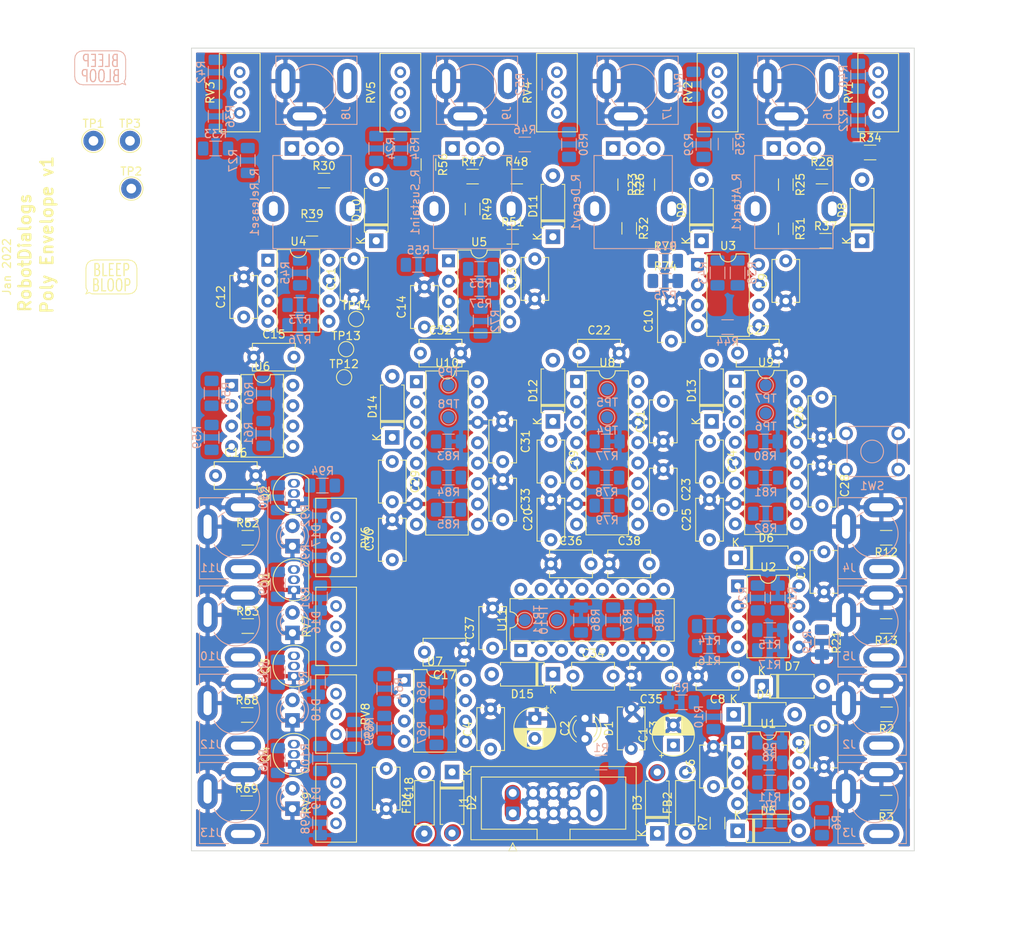
<source format=kicad_pcb>
(kicad_pcb (version 20171130) (host pcbnew "(5.1.10)-1")
  (layers (0 F.Cu signal) (31 B.Cu signal) (34 B.Paste user) (35 F.Paste user) (36 B.SilkS user) (37 F.SilkS user) (38 B.Mask user) (39 F.Mask user) (44 Edge.Cuts user))
  (net 0 "")
  (net 1 GND)
  (net 2 +12V)
  (net 3 -12V)
  (net 4 "Net-(C25-Pad1)")
  (net 5 "Net-(D1-Pad2)")
  (net 6 "Net-(D2-Pad2)")
  (net 7 -12VA)
  (net 8 +12L)
  (net 9 "Net-(D3-Pad1)")
  (net 10 "Net-(D4-Pad2)")
  (net 11 "Net-(D4-Pad1)")
  (net 12 "Net-(D5-Pad2)")
  (net 13 "Net-(D5-Pad1)")
  (net 14 "Net-(D6-Pad2)")
  (net 15 "Net-(D6-Pad1)")
  (net 16 "Net-(D7-Pad2)")
  (net 17 "Net-(D7-Pad1)")
  (net 18 /EnvelopeGnerators/Gate_C)
  (net 19 /EnvelopeGnerators/Gate_A)
  (net 20 /EnvelopeGnerators/Gate_B)
  (net 21 /EnvelopeGnerators/Gate_D)
  (net 22 "Net-(J2-PadT)")
  (net 23 "Net-(J3-PadT)")
  (net 24 "Net-(J4-PadT)")
  (net 25 "Net-(J5-PadT)")
  (net 26 "Net-(J6-PadT)")
  (net 27 "Net-(J7-PadT)")
  (net 28 "Net-(J8-PadT)")
  (net 29 "Net-(J9-PadT)")
  (net 30 "Net-(J10-PadT)")
  (net 31 "Net-(J11-PadT)")
  (net 32 "Net-(J12-PadT)")
  (net 33 "Net-(J13-PadT)")
  (net 34 "Net-(R26-Pad1)")
  (net 35 "Net-(R27-Pad1)")
  (net 36 /EnvelopeGnerators/Release)
  (net 37 /EnvelopeGnerators/Attack)
  (net 38 /EnvelopeGnerators/Decay)
  (net 39 /EnvelopeGnerators/Sustain)
  (net 40 "Net-(R42-Pad1)")
  (net 41 "Net-(R55-Pad1)")
  (net 42 "Net-(R56-Pad1)")
  (net 43 /Outputs/ENVELOPE_A)
  (net 44 /Outputs/ENVELOPE_C)
  (net 45 "Net-(R58-Pad2)")
  (net 46 "Net-(R65-Pad1)")
  (net 47 /Outputs/ENVELOPE_B)
  (net 48 /Outputs/ENVELOPE_D)
  (net 49 "Net-(TP5-Pad1)")
  (net 50 "Net-(TP6-Pad1)")
  (net 51 "Net-(TP7-Pad1)")
  (net 52 "Net-(TP8-Pad1)")
  (net 53 "Net-(TP9-Pad1)")
  (net 54 "Net-(TP10-Pad1)")
  (net 55 "Net-(TP11-Pad1)")
  (net 56 "Net-(R22-Pad2)")
  (net 57 "Net-(R23-Pad2)")
  (net 58 "Net-(R24-Pad2)")
  (net 59 "Net-(R25-Pad2)")
  (net 60 "Net-(R26-Pad2)")
  (net 61 "Net-(R85-Pad2)")
  (net 62 "Net-(RV1-Pad2)")
  (net 63 "Net-(RV2-Pad2)")
  (net 64 "Net-(RV3-Pad2)")
  (net 65 "Net-(RV4-Pad2)")
  (net 66 "Net-(RV5-Pad2)")
  (net 67 "Net-(C27-Pad1)")
  (net 68 "Net-(C29-Pad1)")
  (net 69 "Net-(C30-Pad1)")
  (net 70 "Net-(C32-Pad1)")
  (net 71 "Net-(C34-Pad1)")
  (net 72 "Net-(C35-Pad1)")
  (net 73 "Net-(D8-Pad2)")
  (net 74 "Net-(D8-Pad1)")
  (net 75 "Net-(D9-Pad2)")
  (net 76 "Net-(D9-Pad1)")
  (net 77 "Net-(D10-Pad2)")
  (net 78 "Net-(D10-Pad1)")
  (net 79 "Net-(D11-Pad2)")
  (net 80 "Net-(D11-Pad1)")
  (net 81 "Net-(R27-Pad2)")
  (net 82 "Net-(R47-Pad1)")
  (net 83 "Net-(R52-Pad1)")
  (net 84 "Net-(R54-Pad2)")
  (net 85 "Net-(R58-Pad1)")
  (net 86 "Net-(R59-Pad2)")
  (net 87 "Net-(R59-Pad1)")
  (net 88 "Net-(R60-Pad1)")
  (net 89 "Net-(R61-Pad1)")
  (net 90 "Net-(R64-Pad1)")
  (net 91 "Net-(R79-Pad2)")
  (net 92 "Net-(R88-Pad2)")
  (net 93 "Net-(TP4-Pad1)")
  (net 94 "Net-(C19-Pad2)")
  (net 95 "Net-(C19-Pad1)")
  (net 96 "Net-(C20-Pad1)")
  (net 97 "Net-(C22-Pad1)")
  (net 98 "Net-(C24-Pad2)")
  (net 99 "Net-(C24-Pad1)")
  (net 100 "Net-(C29-Pad2)")
  (net 101 "Net-(C34-Pad2)")
  (net 102 "Net-(C37-Pad1)")
  (net 103 /Inputs/GateA-B/Gate_Switch_In)
  (net 104 "Net-(R10-Pad2)")
  (net 105 "Net-(R11-Pad2)")
  (net 106 "Net-(R18-Pad1)")
  (net 107 "Net-(R19-Pad1)")
  (net 108 "Net-(R25-Pad1)")
  (net 109 "Net-(R34-Pad2)")
  (net 110 "Net-(R35-Pad2)")
  (net 111 "Net-(R36-Pad2)")
  (net 112 "Net-(R37-Pad1)")
  (net 113 "Net-(R38-Pad1)")
  (net 114 "Net-(R39-Pad1)")
  (net 115 "Net-(R40-Pad1)")
  (net 116 "Net-(R41-Pad1)")
  (net 117 "Net-(R46-Pad2)")
  (net 118 "Net-(R47-Pad2)")
  (net 119 "Net-(R50-Pad2)")
  (net 120 "Net-(R51-Pad1)")
  (net 121 "Net-(R53-Pad1)")
  (net 122 "Net-(R64-Pad2)")
  (net 123 "Net-(R65-Pad2)")
  (net 124 "Net-(R66-Pad1)")
  (net 125 "Net-(R67-Pad1)")
  (net 126 /EnvelopeGnerators/AC3310_B/Attack)
  (net 127 /EnvelopeGnerators/AC3310_B/Decay)
  (net 128 /EnvelopeGnerators/AC3310_B/Sustain)
  (net 129 /EnvelopeGnerators/AC3310_B/Release)
  (net 130 "Net-(R78-Pad1)")
  (net 131 "Net-(R81-Pad1)")
  (net 132 "Net-(R82-Pad2)")
  (net 133 "Net-(R84-Pad1)")
  (net 134 "Net-(R87-Pad1)")
  (net 135 "Net-(TP12-Pad1)")
  (net 136 "Net-(TP13-Pad1)")
  (net 137 "Net-(TP14-Pad1)")
  (net 138 "Net-(D16-Pad2)")
  (net 139 "Net-(D17-Pad2)")
  (net 140 "Net-(D18-Pad2)")
  (net 141 "Net-(D19-Pad2)")
  (net 142 "Net-(Q1-Pad2)")
  (net 143 "Net-(Q2-Pad2)")
  (net 144 "Net-(Q3-Pad2)")
  (net 145 "Net-(Q4-Pad2)")
  (module Capacitor_THT:C_Disc_D5.1mm_W3.2mm_P5.00mm (layer F.Cu) (at 212 94.25)
    (fp_text reference C38 (at 2.5 -2.85) (layer F.SilkS))
    (fp_text value 10nF)
    (pad 2 thru_hole circle (at 5 0) (size 1.6 1.6) (drill 0.8) (layers *.Cu *.Mask) (net 2 +12V))
    (pad 1 thru_hole circle (at 0 0) (size 1.6 1.6) (drill 0.8) (layers *.Cu *.Mask) (net 1 GND))
  )
  (module Capacitor_THT:C_Disc_D5.1mm_W3.2mm_P5.00mm (layer F.Cu) (at 197.5 104.75 90)
    (fp_text reference C37 (at 2.5 -2.85 90) (layer F.SilkS))
    (fp_text value 39nF)
    (pad 2 thru_hole circle (at 5 0 90) (size 1.6 1.6) (drill 0.8) (layers *.Cu *.Mask) (net 1 GND))
    (pad 1 thru_hole circle (at 0 0 90) (size 1.6 1.6) (drill 0.8) (layers *.Cu *.Mask) (net 102 "Net-(C37-Pad1)"))
  )
  (module Capacitor_THT:C_Disc_D5.1mm_W3.2mm_P5.00mm (layer F.Cu) (at 204.75 94.25)
    (fp_text reference C36 (at 2.5 -2.85) (layer F.SilkS))
    (fp_text value 10nF)
    (pad 2 thru_hole circle (at 5 0) (size 1.6 1.6) (drill 0.8) (layers *.Cu *.Mask) (net 3 -12V))
    (pad 1 thru_hole circle (at 0 0) (size 1.6 1.6) (drill 0.8) (layers *.Cu *.Mask) (net 1 GND))
  )
  (module Capacitor_THT:C_Disc_D5.1mm_W3.2mm_P5.00mm (layer F.Cu) (at 219.75 108.25 180)
    (fp_text reference C35 (at 2.5 -2.85) (layer F.SilkS))
    (fp_text value 10nF)
    (pad 2 thru_hole circle (at 5 0 180) (size 1.6 1.6) (drill 0.8) (layers *.Cu *.Mask) (net 1 GND))
    (pad 1 thru_hole circle (at 0 0 180) (size 1.6 1.6) (drill 0.8) (layers *.Cu *.Mask) (net 72 "Net-(C35-Pad1)"))
  )
  (module Capacitor_THT:C_Disc_D5.1mm_W3.2mm_P5.00mm (layer F.Cu) (at 207.5 108.25)
    (fp_text reference C34 (at 2.5 -2.85) (layer F.SilkS))
    (fp_text value 3nF)
    (pad 2 thru_hole circle (at 5 0) (size 1.6 1.6) (drill 0.8) (layers *.Cu *.Mask) (net 101 "Net-(C34-Pad2)"))
    (pad 1 thru_hole circle (at 0 0) (size 1.6 1.6) (drill 0.8) (layers *.Cu *.Mask) (net 71 "Net-(C34-Pad1)"))
  )
  (module Capacitor_THT:C_Disc_D5.1mm_W3.2mm_P5.00mm (layer F.Cu) (at 198.75 83.75 270)
    (fp_text reference C33 (at 2.5 -2.85 90) (layer F.SilkS))
    (fp_text value 10nF)
    (pad 2 thru_hole circle (at 5 0 270) (size 1.6 1.6) (drill 0.8) (layers *.Cu *.Mask) (net 2 +12V))
    (pad 1 thru_hole circle (at 0 0 270) (size 1.6 1.6) (drill 0.8) (layers *.Cu *.Mask) (net 1 GND))
  )
  (module Capacitor_THT:C_Disc_D5.1mm_W3.2mm_P5.00mm (layer F.Cu) (at 188.5 68)
    (fp_text reference C32 (at 2.5 -2.85) (layer F.SilkS))
    (fp_text value 39nF)
    (pad 2 thru_hole circle (at 5 0) (size 1.6 1.6) (drill 0.8) (layers *.Cu *.Mask) (net 1 GND))
    (pad 1 thru_hole circle (at 0 0) (size 1.6 1.6) (drill 0.8) (layers *.Cu *.Mask) (net 70 "Net-(C32-Pad1)"))
  )
  (module Capacitor_THT:C_Disc_D5.1mm_W3.2mm_P5.00mm (layer F.Cu) (at 198.75 76.5 270)
    (fp_text reference C31 (at 2.5 -2.85 90) (layer F.SilkS))
    (fp_text value 10nF)
    (pad 2 thru_hole circle (at 5 0 270) (size 1.6 1.6) (drill 0.8) (layers *.Cu *.Mask) (net 3 -12V))
    (pad 1 thru_hole circle (at 0 0 270) (size 1.6 1.6) (drill 0.8) (layers *.Cu *.Mask) (net 1 GND))
  )
  (module Capacitor_THT:C_Disc_D5.1mm_W3.2mm_P5.00mm (layer F.Cu) (at 185 93.75 90)
    (fp_text reference C30 (at 2.5 -2.85 90) (layer F.SilkS))
    (fp_text value 10nF)
    (pad 2 thru_hole circle (at 5 0 90) (size 1.6 1.6) (drill 0.8) (layers *.Cu *.Mask) (net 1 GND))
    (pad 1 thru_hole circle (at 0 0 90) (size 1.6 1.6) (drill 0.8) (layers *.Cu *.Mask) (net 69 "Net-(C30-Pad1)"))
  )
  (module Capacitor_THT:C_Disc_D5.1mm_W3.2mm_P5.00mm (layer F.Cu) (at 185 81.5 270)
    (fp_text reference C29 (at 2.5 -2.85 90) (layer F.SilkS))
    (fp_text value 3nF)
    (pad 2 thru_hole circle (at 5 0 270) (size 1.6 1.6) (drill 0.8) (layers *.Cu *.Mask) (net 100 "Net-(C29-Pad2)"))
    (pad 1 thru_hole circle (at 0 0 270) (size 1.6 1.6) (drill 0.8) (layers *.Cu *.Mask) (net 68 "Net-(C29-Pad1)"))
  )
  (module Capacitor_THT:C_Disc_D5.1mm_W3.2mm_P5.00mm (layer F.Cu) (at 238.5 82 270)
    (fp_text reference C28 (at 2.5 -2.85 90) (layer F.SilkS))
    (fp_text value 10nF)
    (pad 2 thru_hole circle (at 5 0 270) (size 1.6 1.6) (drill 0.8) (layers *.Cu *.Mask) (net 2 +12V))
    (pad 1 thru_hole circle (at 0 0 270) (size 1.6 1.6) (drill 0.8) (layers *.Cu *.Mask) (net 1 GND))
  )
  (module Capacitor_THT:C_Disc_D5.1mm_W3.2mm_P5.00mm (layer F.Cu) (at 228 68)
    (fp_text reference C27 (at 2.5 -2.85) (layer F.SilkS))
    (fp_text value 39nF)
    (pad 2 thru_hole circle (at 5 0) (size 1.6 1.6) (drill 0.8) (layers *.Cu *.Mask) (net 1 GND))
    (pad 1 thru_hole circle (at 0 0) (size 1.6 1.6) (drill 0.8) (layers *.Cu *.Mask) (net 67 "Net-(C27-Pad1)"))
  )
  (module Capacitor_THT:C_Disc_D5.1mm_W3.2mm_P5.00mm (layer F.Cu) (at 238.5 78.5 90)
    (fp_text reference C26 (at 2.5 -2.85 90) (layer F.SilkS))
    (fp_text value 10nF)
    (pad 2 thru_hole circle (at 5 0 90) (size 1.6 1.6) (drill 0.8) (layers *.Cu *.Mask) (net 3 -12V))
    (pad 1 thru_hole circle (at 0 0 90) (size 1.6 1.6) (drill 0.8) (layers *.Cu *.Mask) (net 1 GND))
  )
  (module Capacitor_THT:C_Disc_D5.1mm_W3.2mm_P5.00mm (layer F.Cu) (at 224.5 91.25 90)
    (fp_text reference C25 (at 2.5 -2.85 90) (layer F.SilkS))
    (fp_text value 10nF)
    (pad 2 thru_hole circle (at 5 0 90) (size 1.6 1.6) (drill 0.8) (layers *.Cu *.Mask) (net 1 GND))
    (pad 1 thru_hole circle (at 0 0 90) (size 1.6 1.6) (drill 0.8) (layers *.Cu *.Mask) (net 4 "Net-(C25-Pad1)"))
  )
  (module Capacitor_THT:C_Disc_D5.1mm_W3.2mm_P5.00mm (layer F.Cu) (at 224.5 79 270)
    (fp_text reference C24 (at 2.5 -2.85 90) (layer F.SilkS))
    (fp_text value 3nF)
    (pad 2 thru_hole circle (at 5 0 270) (size 1.6 1.6) (drill 0.8) (layers *.Cu *.Mask) (net 98 "Net-(C24-Pad2)"))
    (pad 1 thru_hole circle (at 0 0 270) (size 1.6 1.6) (drill 0.8) (layers *.Cu *.Mask) (net 99 "Net-(C24-Pad1)"))
  )
  (module Capacitor_THT:C_Disc_D5.1mm_W3.2mm_P5.00mm (layer F.Cu) (at 218.75 82.5 270)
    (fp_text reference C23 (at 2.5 -2.85 90) (layer F.SilkS))
    (fp_text value 10nF)
    (pad 2 thru_hole circle (at 5 0 270) (size 1.6 1.6) (drill 0.8) (layers *.Cu *.Mask) (net 2 +12V))
    (pad 1 thru_hole circle (at 0 0 270) (size 1.6 1.6) (drill 0.8) (layers *.Cu *.Mask) (net 1 GND))
  )
  (module Capacitor_THT:C_Disc_D5.1mm_W3.2mm_P5.00mm (layer F.Cu) (at 208.25 68)
    (fp_text reference C22 (at 2.5 -2.85) (layer F.SilkS))
    (fp_text value 39nF)
    (pad 2 thru_hole circle (at 5 0) (size 1.6 1.6) (drill 0.8) (layers *.Cu *.Mask) (net 1 GND))
    (pad 1 thru_hole circle (at 0 0) (size 1.6 1.6) (drill 0.8) (layers *.Cu *.Mask) (net 97 "Net-(C22-Pad1)"))
  )
  (module Capacitor_THT:C_Disc_D5.1mm_W3.2mm_P5.00mm (layer F.Cu) (at 218.75 79 90)
    (fp_text reference C21 (at 2.5 -2.85 90) (layer F.SilkS))
    (fp_text value 10nF)
    (pad 2 thru_hole circle (at 5 0 90) (size 1.6 1.6) (drill 0.8) (layers *.Cu *.Mask) (net 3 -12V))
    (pad 1 thru_hole circle (at 0 0 90) (size 1.6 1.6) (drill 0.8) (layers *.Cu *.Mask) (net 1 GND))
  )
  (module Capacitor_THT:C_Disc_D5.1mm_W3.2mm_P5.00mm (layer F.Cu) (at 204.75 91.25 90)
    (fp_text reference C20 (at 2.5 -2.85 90) (layer F.SilkS))
    (fp_text value 10nF)
    (pad 2 thru_hole circle (at 5 0 90) (size 1.6 1.6) (drill 0.8) (layers *.Cu *.Mask) (net 1 GND))
    (pad 1 thru_hole circle (at 0 0 90) (size 1.6 1.6) (drill 0.8) (layers *.Cu *.Mask) (net 96 "Net-(C20-Pad1)"))
  )
  (module Capacitor_THT:C_Disc_D5.1mm_W3.2mm_P5.00mm (layer F.Cu) (at 204.75 79 270)
    (fp_text reference C19 (at 2.5 -2.85 90) (layer F.SilkS))
    (fp_text value 3nF)
    (pad 2 thru_hole circle (at 5 0 270) (size 1.6 1.6) (drill 0.8) (layers *.Cu *.Mask) (net 94 "Net-(C19-Pad2)"))
    (pad 1 thru_hole circle (at 0 0 270) (size 1.6 1.6) (drill 0.8) (layers *.Cu *.Mask) (net 95 "Net-(C19-Pad1)"))
  )
  (module Capacitor_THT:C_Disc_D5.1mm_W3.2mm_P5.00mm (layer F.Cu) (at 184.25 119.75 270)
    (fp_text reference C18 (at 2.5 -2.85 90) (layer F.SilkS))
    (fp_text value 10nF)
    (pad 2 thru_hole circle (at 5 0 270) (size 1.6 1.6) (drill 0.8) (layers *.Cu *.Mask) (net 1 GND))
    (pad 1 thru_hole circle (at 0 0 270) (size 1.6 1.6) (drill 0.8) (layers *.Cu *.Mask) (net 3 -12V))
  )
  (module Capacitor_THT:C_Disc_D5.1mm_W3.2mm_P5.00mm (layer F.Cu) (at 194 105.25 180)
    (fp_text reference C17 (at 2.5 -2.85) (layer F.SilkS))
    (fp_text value 10nF)
    (pad 2 thru_hole circle (at 5 0 180) (size 1.6 1.6) (drill 0.8) (layers *.Cu *.Mask) (net 2 +12V))
    (pad 1 thru_hole circle (at 0 0 180) (size 1.6 1.6) (drill 0.8) (layers *.Cu *.Mask) (net 1 GND))
  )
  (module Capacitor_THT:C_Disc_D5.1mm_W3.2mm_P5.00mm (layer F.Cu) (at 163 83.25)
    (fp_text reference C16 (at 2.5 -2.85) (layer F.SilkS))
    (fp_text value 10nF)
    (pad 2 thru_hole circle (at 5 0) (size 1.6 1.6) (drill 0.8) (layers *.Cu *.Mask) (net 1 GND))
    (pad 1 thru_hole circle (at 0 0) (size 1.6 1.6) (drill 0.8) (layers *.Cu *.Mask) (net 3 -12V))
  )
  (module Capacitor_THT:C_Disc_D5.1mm_W3.2mm_P5.00mm (layer F.Cu) (at 167.75 68.5)
    (fp_text reference C15 (at 2.5 -2.85) (layer F.SilkS))
    (fp_text value 10nF)
    (pad 2 thru_hole circle (at 5 0) (size 1.6 1.6) (drill 0.8) (layers *.Cu *.Mask) (net 2 +12V))
    (pad 1 thru_hole circle (at 0 0) (size 1.6 1.6) (drill 0.8) (layers *.Cu *.Mask) (net 1 GND))
  )
  (module Capacitor_THT:C_Disc_D5.1mm_W3.2mm_P5.00mm (layer F.Cu) (at 189 64.75 90)
    (fp_text reference C14 (at 2.5 -2.85 90) (layer F.SilkS))
    (fp_text value 10nF)
    (pad 2 thru_hole circle (at 5 0 90) (size 1.6 1.6) (drill 0.8) (layers *.Cu *.Mask) (net 1 GND))
    (pad 1 thru_hole circle (at 0 0 90) (size 1.6 1.6) (drill 0.8) (layers *.Cu *.Mask) (net 3 -12V))
  )
  (module Capacitor_THT:C_Disc_D5.1mm_W3.2mm_P5.00mm (layer F.Cu) (at 202.75 61.25 90)
    (fp_text reference C13 (at 2.5 -2.85 90) (layer F.SilkS))
    (fp_text value 10nF)
    (pad 2 thru_hole circle (at 5 0 90) (size 1.6 1.6) (drill 0.8) (layers *.Cu *.Mask) (net 2 +12V))
    (pad 1 thru_hole circle (at 0 0 90) (size 1.6 1.6) (drill 0.8) (layers *.Cu *.Mask) (net 1 GND))
  )
  (module Capacitor_THT:C_Disc_D5.1mm_W3.2mm_P5.00mm (layer F.Cu) (at 166.5 63.5 90)
    (fp_text reference C12 (at 2.5 -2.85 90) (layer F.SilkS))
    (fp_text value 10nF)
    (pad 2 thru_hole circle (at 5 0 90) (size 1.6 1.6) (drill 0.8) (layers *.Cu *.Mask) (net 1 GND))
    (pad 1 thru_hole circle (at 0 0 90) (size 1.6 1.6) (drill 0.8) (layers *.Cu *.Mask) (net 3 -12V))
  )
  (module Capacitor_THT:C_Disc_D5.1mm_W3.2mm_P5.00mm (layer F.Cu) (at 180.25 61.25 90)
    (fp_text reference C11 (at 2.5 -2.85 90) (layer F.SilkS))
    (fp_text value 10nF)
    (pad 2 thru_hole circle (at 5 0 90) (size 1.6 1.6) (drill 0.8) (layers *.Cu *.Mask) (net 2 +12V))
    (pad 1 thru_hole circle (at 0 0 90) (size 1.6 1.6) (drill 0.8) (layers *.Cu *.Mask) (net 1 GND))
  )
  (module Capacitor_THT:C_Disc_D5.1mm_W3.2mm_P5.00mm (layer F.Cu) (at 219.75 66.5 90)
    (fp_text reference C10 (at 2.5 -2.85 90) (layer F.SilkS))
    (fp_text value 10nF)
    (pad 2 thru_hole circle (at 5 0 90) (size 1.6 1.6) (drill 0.8) (layers *.Cu *.Mask) (net 1 GND))
    (pad 1 thru_hole circle (at 0 0 90) (size 1.6 1.6) (drill 0.8) (layers *.Cu *.Mask) (net 3 -12V))
  )
  (module Capacitor_THT:C_Disc_D5.1mm_W3.2mm_P5.00mm (layer F.Cu) (at 234 61.5 90)
    (fp_text reference C9 (at 2.5 -2.85 90) (layer F.SilkS))
    (fp_text value 10nF)
    (pad 2 thru_hole circle (at 5 0 90) (size 1.6 1.6) (drill 0.8) (layers *.Cu *.Mask) (net 2 +12V))
    (pad 1 thru_hole circle (at 0 0 90) (size 1.6 1.6) (drill 0.8) (layers *.Cu *.Mask) (net 1 GND))
  )
  (module Capacitor_THT:C_Disc_D5.1mm_W3.2mm_P5.00mm (layer F.Cu) (at 228 108.25 180)
    (fp_text reference C8 (at 2.5 -2.85) (layer F.SilkS))
    (fp_text value 10nF)
    (pad 2 thru_hole circle (at 5 0 180) (size 1.6 1.6) (drill 0.8) (layers *.Cu *.Mask) (net 1 GND))
    (pad 1 thru_hole circle (at 0 0 180) (size 1.6 1.6) (drill 0.8) (layers *.Cu *.Mask) (net 3 -12V))
  )
  (module Capacitor_THT:C_Disc_D5.1mm_W3.2mm_P5.00mm (layer F.Cu) (at 238.75 97.75 90)
    (fp_text reference C7 (at 2.5 -2.85 90) (layer F.SilkS))
    (fp_text value 10nF)
    (pad 2 thru_hole circle (at 5 0 90) (size 1.6 1.6) (drill 0.8) (layers *.Cu *.Mask) (net 2 +12V))
    (pad 1 thru_hole circle (at 0 0 90) (size 1.6 1.6) (drill 0.8) (layers *.Cu *.Mask) (net 1 GND))
  )
  (module Capacitor_THT:C_Disc_D5.1mm_W3.2mm_P5.00mm (layer F.Cu) (at 225 122 90)
    (fp_text reference C6 (at 2.5 -2.85 90) (layer F.SilkS))
    (fp_text value 10nF)
    (pad 2 thru_hole circle (at 5 0 90) (size 1.6 1.6) (drill 0.8) (layers *.Cu *.Mask) (net 1 GND))
    (pad 1 thru_hole circle (at 0 0 90) (size 1.6 1.6) (drill 0.8) (layers *.Cu *.Mask) (net 3 -12V))
  )
  (module Capacitor_THT:C_Disc_D5.1mm_W3.2mm_P5.00mm (layer F.Cu) (at 238.75 119.5 90)
    (fp_text reference C5 (at 2.5 -2.85 90) (layer F.SilkS))
    (fp_text value 10nF)
    (pad 2 thru_hole circle (at 5 0 90) (size 1.6 1.6) (drill 0.8) (layers *.Cu *.Mask) (net 2 +12V))
    (pad 1 thru_hole circle (at 0 0 90) (size 1.6 1.6) (drill 0.8) (layers *.Cu *.Mask) (net 1 GND))
  )
  (module Capacitor_THT:C_Disc_D5.1mm_W3.2mm_P5.00mm (layer F.Cu) (at 197.25 117.33 90)
    (fp_text reference C4 (at 2.5 -2.85 90) (layer F.SilkS))
    (fp_text value 10nF)
    (pad 2 thru_hole circle (at 5 0 90) (size 1.6 1.6) (drill 0.8) (layers *.Cu *.Mask) (net 1 GND))
    (pad 1 thru_hole circle (at 0 0 90) (size 1.6 1.6) (drill 0.8) (layers *.Cu *.Mask) (net 3 -12V))
  )
  (module Capacitor_THT:C_Disc_D5.1mm_W3.2mm_P5.00mm (layer F.Cu) (at 214.75 112.25 270)
    (fp_text reference C3 (at 2.5 -2.85 90) (layer F.SilkS))
    (fp_text value 10nF)
    (pad 2 thru_hole circle (at 5 0 270) (size 1.6 1.6) (drill 0.8) (layers *.Cu *.Mask) (net 2 +12V))
    (pad 1 thru_hole circle (at 0 0 270) (size 1.6 1.6) (drill 0.8) (layers *.Cu *.Mask) (net 1 GND))
  )
  (module "My Stuff:Potentiometer_Alpha_RD901F-40-00D_Single_Vertical_w_3d" (layer B.Cu) (at 192.5 42.5 270)
    (fp_text reference R_Sustain1 (at 6.71 4.64 270) (layer B.SilkS) (effects (justify mirror)))
    (fp_text value 100k)
    (pad "" thru_hole oval (at 7.5 2.3 180) (size 2.72 3.24) (drill oval 1.1 1.8) (layers *.Cu *.Mask))
    (pad "" thru_hole oval (at 7.5 -7.3 180) (size 2.72 3.24) (drill oval 1.1 1.8) (layers *.Cu *.Mask))
    (pad 3 thru_hole circle (at 0 -5 180) (size 1.8 1.8) (drill 1) (layers *.Cu *.Mask) (net 117 "Net-(R46-Pad2)"))
    (pad 2 thru_hole circle (at 0 -2.5 180) (size 1.8 1.8) (drill 1) (layers *.Cu *.Mask) (net 29 "Net-(J9-PadT)"))
    (pad 1 thru_hole rect (at 0 0 180) (size 1.8 1.8) (drill 1) (layers *.Cu *.Mask) (net 82 "Net-(R47-Pad1)"))
  )
  (module "My Stuff:Potentiometer_Alpha_RD901F-40-00D_Single_Vertical_w_3d" (layer B.Cu) (at 172.5 42.5 270)
    (fp_text reference R_Release1 (at 6.71 4.64 270) (layer B.SilkS) (effects (justify mirror)))
    (fp_text value 100k)
    (pad "" thru_hole oval (at 7.5 2.3 180) (size 2.72 3.24) (drill oval 1.1 1.8) (layers *.Cu *.Mask))
    (pad "" thru_hole oval (at 7.5 -7.3 180) (size 2.72 3.24) (drill oval 1.1 1.8) (layers *.Cu *.Mask))
    (pad 3 thru_hole circle (at 0 -5 180) (size 1.8 1.8) (drill 1) (layers *.Cu *.Mask) (net 58 "Net-(R24-Pad2)"))
    (pad 2 thru_hole circle (at 0 -2.5 180) (size 1.8 1.8) (drill 1) (layers *.Cu *.Mask) (net 28 "Net-(J8-PadT)"))
    (pad 1 thru_hole rect (at 0 0 180) (size 1.8 1.8) (drill 1) (layers *.Cu *.Mask) (net 35 "Net-(R27-Pad1)"))
  )
  (module "My Stuff:Potentiometer_Alpha_RD901F-40-00D_Single_Vertical_w_3d" (layer B.Cu) (at 212.5 42.5 270)
    (fp_text reference R_Decay1 (at 6.71 4.64 270) (layer B.SilkS) (effects (justify mirror)))
    (fp_text value 100k)
    (pad "" thru_hole oval (at 7.5 2.3 180) (size 2.72 3.24) (drill oval 1.1 1.8) (layers *.Cu *.Mask))
    (pad "" thru_hole oval (at 7.5 -7.3 180) (size 2.72 3.24) (drill oval 1.1 1.8) (layers *.Cu *.Mask))
    (pad 3 thru_hole circle (at 0 -5 180) (size 1.8 1.8) (drill 1) (layers *.Cu *.Mask) (net 57 "Net-(R23-Pad2)"))
    (pad 2 thru_hole circle (at 0 -2.5 180) (size 1.8 1.8) (drill 1) (layers *.Cu *.Mask) (net 27 "Net-(J7-PadT)"))
    (pad 1 thru_hole rect (at 0 0 180) (size 1.8 1.8) (drill 1) (layers *.Cu *.Mask) (net 34 "Net-(R26-Pad1)"))
  )
  (module "My Stuff:Potentiometer_Alpha_RD901F-40-00D_Single_Vertical_w_3d" (layer B.Cu) (at 232.5 42.5 270)
    (fp_text reference R_Attack1 (at 6.71 4.64 270) (layer B.SilkS) (effects (justify mirror)))
    (fp_text value 100k)
    (pad "" thru_hole oval (at 7.5 2.3 180) (size 2.72 3.24) (drill oval 1.1 1.8) (layers *.Cu *.Mask))
    (pad "" thru_hole oval (at 7.5 -7.3 180) (size 2.72 3.24) (drill oval 1.1 1.8) (layers *.Cu *.Mask))
    (pad 3 thru_hole circle (at 0 -5 180) (size 1.8 1.8) (drill 1) (layers *.Cu *.Mask) (net 56 "Net-(R22-Pad2)"))
    (pad 2 thru_hole circle (at 0 -2.5 180) (size 1.8 1.8) (drill 1) (layers *.Cu *.Mask) (net 26 "Net-(J6-PadT)"))
    (pad 1 thru_hole rect (at 0 0 180) (size 1.8 1.8) (drill 1) (layers *.Cu *.Mask) (net 108 "Net-(R25-Pad1)"))
  )
  (module Resistor_SMD:R_1206_3216Metric_Pad1.30x1.75mm_HandSolder (layer B.Cu) (at 176 118.5 270)
    (fp_text reference R100 (at 0 1.82 270) (layer B.SilkS) (effects (justify mirror)))
    (fp_text value 3.3k)
    (pad 2 smd roundrect (at 1.55 0 270) (size 1.3 1.75) (layers B.Cu B.Paste B.Mask) (roundrect_rratio 0.192308) (net 141 "Net-(D19-Pad2)"))
    (pad 1 smd roundrect (at -1.55 0 270) (size 1.3 1.75) (layers B.Cu B.Paste B.Mask) (roundrect_rratio 0.192308) (net 2 +12V))
  )
  (module Resistor_SMD:R_1206_3216Metric_Pad1.30x1.75mm_HandSolder (layer B.Cu) (at 180.25 115.5 90)
    (fp_text reference R99 (at 0 1.82 270) (layer B.SilkS) (effects (justify mirror)))
    (fp_text value 3.3k)
    (pad 2 smd roundrect (at 1.55 0 90) (size 1.3 1.75) (layers B.Cu B.Paste B.Mask) (roundrect_rratio 0.192308) (net 140 "Net-(D18-Pad2)"))
    (pad 1 smd roundrect (at -1.55 0 90) (size 1.3 1.75) (layers B.Cu B.Paste B.Mask) (roundrect_rratio 0.192308) (net 2 +12V))
  )
  (module Resistor_SMD:R_1206_3216Metric_Pad1.30x1.75mm_HandSolder (layer B.Cu) (at 176 126.5 270)
    (fp_text reference R98 (at 0 1.82 90) (layer B.SilkS) (effects (justify mirror)))
    (fp_text value 22k)
    (pad 2 smd roundrect (at 1.55 0 270) (size 1.3 1.75) (layers B.Cu B.Paste B.Mask) (roundrect_rratio 0.192308) (net 1 GND))
    (pad 1 smd roundrect (at -1.55 0 270) (size 1.3 1.75) (layers B.Cu B.Paste B.Mask) (roundrect_rratio 0.192308) (net 145 "Net-(Q4-Pad2)"))
  )
  (module Resistor_SMD:R_1206_3216Metric_Pad1.30x1.75mm_HandSolder (layer B.Cu) (at 175.75 109 270)
    (fp_text reference R97 (at 0 1.82 270) (layer B.SilkS) (effects (justify mirror)))
    (fp_text value 22k)
    (pad 2 smd roundrect (at 1.55 0 270) (size 1.3 1.75) (layers B.Cu B.Paste B.Mask) (roundrect_rratio 0.192308) (net 1 GND))
    (pad 1 smd roundrect (at -1.55 0 270) (size 1.3 1.75) (layers B.Cu B.Paste B.Mask) (roundrect_rratio 0.192308) (net 144 "Net-(Q3-Pad2)"))
  )
  (module Resistor_SMD:R_1206_3216Metric_Pad1.30x1.75mm_HandSolder (layer B.Cu) (at 170.75 118.75 270)
    (fp_text reference R96 (at 0 1.82 90) (layer B.SilkS) (effects (justify mirror)))
    (fp_text value 100k)
    (pad 2 smd roundrect (at 1.55 0 270) (size 1.3 1.75) (layers B.Cu B.Paste B.Mask) (roundrect_rratio 0.192308) (net 125 "Net-(R67-Pad1)"))
    (pad 1 smd roundrect (at -1.55 0 270) (size 1.3 1.75) (layers B.Cu B.Paste B.Mask) (roundrect_rratio 0.192308) (net 145 "Net-(Q4-Pad2)"))
  )
  (module Resistor_SMD:R_1206_3216Metric_Pad1.30x1.75mm_HandSolder (layer B.Cu) (at 170.75 107.75 270)
    (fp_text reference R95 (at 0 1.82 270) (layer B.SilkS) (effects (justify mirror)))
    (fp_text value 100k)
    (pad 2 smd roundrect (at 1.55 0 270) (size 1.3 1.75) (layers B.Cu B.Paste B.Mask) (roundrect_rratio 0.192308) (net 124 "Net-(R66-Pad1)"))
    (pad 1 smd roundrect (at -1.55 0 270) (size 1.3 1.75) (layers B.Cu B.Paste B.Mask) (roundrect_rratio 0.192308) (net 144 "Net-(Q3-Pad2)"))
  )
  (module Resistor_SMD:R_1206_3216Metric_Pad1.30x1.75mm_HandSolder (layer B.Cu) (at 176.300001 84.5 180)
    (fp_text reference R94 (at 0 1.82) (layer B.SilkS) (effects (justify mirror)))
    (fp_text value 3.3k)
    (pad 2 smd roundrect (at 1.55 0 180) (size 1.3 1.75) (layers B.Cu B.Paste B.Mask) (roundrect_rratio 0.192308) (net 139 "Net-(D17-Pad2)"))
    (pad 1 smd roundrect (at -1.55 0 180) (size 1.3 1.75) (layers B.Cu B.Paste B.Mask) (roundrect_rratio 0.192308) (net 2 +12V))
  )
  (module Resistor_SMD:R_1206_3216Metric_Pad1.30x1.75mm_HandSolder (layer B.Cu) (at 176 93.25 270)
    (fp_text reference R93 (at 0 1.82 90) (layer B.SilkS) (effects (justify mirror)))
    (fp_text value 3.3k)
    (pad 2 smd roundrect (at 1.55 0 270) (size 1.3 1.75) (layers B.Cu B.Paste B.Mask) (roundrect_rratio 0.192308) (net 138 "Net-(D16-Pad2)"))
    (pad 1 smd roundrect (at -1.55 0 270) (size 1.3 1.75) (layers B.Cu B.Paste B.Mask) (roundrect_rratio 0.192308) (net 2 +12V))
  )
  (module Resistor_SMD:R_1206_3216Metric_Pad1.30x1.75mm_HandSolder (layer B.Cu) (at 176 88.25 270)
    (fp_text reference R92 (at 0 1.82 90) (layer B.SilkS) (effects (justify mirror)))
    (fp_text value 22k)
    (pad 2 smd roundrect (at 1.55 0 270) (size 1.3 1.75) (layers B.Cu B.Paste B.Mask) (roundrect_rratio 0.192308) (net 1 GND))
    (pad 1 smd roundrect (at -1.55 0 270) (size 1.3 1.75) (layers B.Cu B.Paste B.Mask) (roundrect_rratio 0.192308) (net 143 "Net-(Q2-Pad2)"))
  )
  (module Resistor_SMD:R_1206_3216Metric_Pad1.30x1.75mm_HandSolder (layer B.Cu) (at 176 98.5 270)
    (fp_text reference R91 (at 0 1.82 270) (layer B.SilkS) (effects (justify mirror)))
    (fp_text value 22k)
    (pad 2 smd roundrect (at 1.55 0 270) (size 1.3 1.75) (layers B.Cu B.Paste B.Mask) (roundrect_rratio 0.192308) (net 1 GND))
    (pad 1 smd roundrect (at -1.55 0 270) (size 1.3 1.75) (layers B.Cu B.Paste B.Mask) (roundrect_rratio 0.192308) (net 142 "Net-(Q1-Pad2)"))
  )
  (module Resistor_SMD:R_1206_3216Metric_Pad1.30x1.75mm_HandSolder (layer B.Cu) (at 170.75 86 270)
    (fp_text reference R90 (at 0 1.82 270) (layer B.SilkS) (effects (justify mirror)))
    (fp_text value 100k)
    (pad 2 smd roundrect (at 1.55 0 270) (size 1.3 1.75) (layers B.Cu B.Paste B.Mask) (roundrect_rratio 0.192308) (net 88 "Net-(R60-Pad1)"))
    (pad 1 smd roundrect (at -1.55 0 270) (size 1.3 1.75) (layers B.Cu B.Paste B.Mask) (roundrect_rratio 0.192308) (net 143 "Net-(Q2-Pad2)"))
  )
  (module Resistor_SMD:R_1206_3216Metric_Pad1.30x1.75mm_HandSolder (layer B.Cu) (at 170.75 96.8 270)
    (fp_text reference R89 (at 0 1.82 270) (layer B.SilkS) (effects (justify mirror)))
    (fp_text value 100k)
    (pad 2 smd roundrect (at 1.55 0 270) (size 1.3 1.75) (layers B.Cu B.Paste B.Mask) (roundrect_rratio 0.192308) (net 89 "Net-(R61-Pad1)"))
    (pad 1 smd roundrect (at -1.55 0 270) (size 1.3 1.75) (layers B.Cu B.Paste B.Mask) (roundrect_rratio 0.192308) (net 142 "Net-(Q1-Pad2)"))
  )
  (module Package_TO_SOT_THT:TO-92_Inline (layer F.Cu) (at 172.75 119.25 90)
    (fp_text reference Q4 (at 1.27 -3.56 90) (layer F.SilkS))
    (fp_text value 2N3906)
    (pad 1 thru_hole rect (at 0 0 90) (size 1.05 1.5) (drill 0.75) (layers *.Cu *.Mask) (net 1 GND))
    (pad 3 thru_hole oval (at 2.54 0 90) (size 1.05 1.5) (drill 0.75) (layers *.Cu *.Mask) (net 141 "Net-(D19-Pad2)"))
    (pad 2 thru_hole oval (at 1.27 0 90) (size 1.05 1.5) (drill 0.75) (layers *.Cu *.Mask) (net 145 "Net-(Q4-Pad2)"))
  )
  (module Package_TO_SOT_THT:TO-92_Inline (layer F.Cu) (at 172.75 108.25 90)
    (fp_text reference Q3 (at 1.27 -3.56 90) (layer F.SilkS))
    (fp_text value 2N3906)
    (pad 1 thru_hole rect (at 0 0 90) (size 1.05 1.5) (drill 0.75) (layers *.Cu *.Mask) (net 1 GND))
    (pad 3 thru_hole oval (at 2.54 0 90) (size 1.05 1.5) (drill 0.75) (layers *.Cu *.Mask) (net 140 "Net-(D18-Pad2)"))
    (pad 2 thru_hole oval (at 1.27 0 90) (size 1.05 1.5) (drill 0.75) (layers *.Cu *.Mask) (net 144 "Net-(Q3-Pad2)"))
  )
  (module Package_TO_SOT_THT:TO-92_Inline (layer F.Cu) (at 172.75 86.75 90)
    (fp_text reference Q2 (at 1.27 -3.56 90) (layer F.SilkS))
    (fp_text value 2N3906)
    (pad 1 thru_hole rect (at 0 0 90) (size 1.05 1.5) (drill 0.75) (layers *.Cu *.Mask) (net 1 GND))
    (pad 3 thru_hole oval (at 2.54 0 90) (size 1.05 1.5) (drill 0.75) (layers *.Cu *.Mask) (net 139 "Net-(D17-Pad2)"))
    (pad 2 thru_hole oval (at 1.27 0 90) (size 1.05 1.5) (drill 0.75) (layers *.Cu *.Mask) (net 143 "Net-(Q2-Pad2)"))
  )
  (module Package_TO_SOT_THT:TO-92_Inline (layer F.Cu) (at 172.75 97.5 90)
    (fp_text reference Q1 (at 1.27 -3.56 90) (layer F.SilkS))
    (fp_text value 2N3906)
    (pad 1 thru_hole rect (at 0 0 90) (size 1.05 1.5) (drill 0.75) (layers *.Cu *.Mask) (net 1 GND))
    (pad 3 thru_hole oval (at 2.54 0 90) (size 1.05 1.5) (drill 0.75) (layers *.Cu *.Mask) (net 138 "Net-(D16-Pad2)"))
    (pad 2 thru_hole oval (at 1.27 0 90) (size 1.05 1.5) (drill 0.75) (layers *.Cu *.Mask) (net 142 "Net-(Q1-Pad2)"))
  )
  (module "My Stuff:LED_D3.0mm" (layer B.Cu) (at 172.57071 124.72929 90)
    (fp_text reference D19 (at 1.3 2.95 90) (layer B.SilkS) (effects (justify mirror)))
    (fp_text value LED_D)
    (pad 1 thru_hole rect (at -0.02 0 90) (size 1.8 1.8) (drill 0.9) (layers *.Cu *.Mask) (net 1 GND))
    (pad 2 thru_hole circle (at 2.52 0 90) (size 1.8 1.8) (drill 0.9) (layers *.Cu *.Mask) (net 141 "Net-(D19-Pad2)"))
  )
  (module "My Stuff:LED_D3.0mm" (layer B.Cu) (at 172.57071 113.729289 90)
    (fp_text reference D18 (at 1.3 2.95 90) (layer B.SilkS) (effects (justify mirror)))
    (fp_text value LED_C)
    (pad 1 thru_hole rect (at -0.02 0 90) (size 1.8 1.8) (drill 0.9) (layers *.Cu *.Mask) (net 1 GND))
    (pad 2 thru_hole circle (at 2.52 0 90) (size 1.8 1.8) (drill 0.9) (layers *.Cu *.Mask) (net 140 "Net-(D18-Pad2)"))
  )
  (module "My Stuff:LED_D3.0mm" (layer B.Cu) (at 172.57071 92.029289 90)
    (fp_text reference D17 (at 1.3 2.95 90) (layer B.SilkS) (effects (justify mirror)))
    (fp_text value LED_A)
    (pad 1 thru_hole rect (at -0.02 0 90) (size 1.8 1.8) (drill 0.9) (layers *.Cu *.Mask) (net 1 GND))
    (pad 2 thru_hole circle (at 2.52 0 90) (size 1.8 1.8) (drill 0.9) (layers *.Cu *.Mask) (net 139 "Net-(D17-Pad2)"))
  )
  (module "My Stuff:LED_D3.0mm" (layer B.Cu) (at 172.57071 102.829289 90)
    (fp_text reference D16 (at 1.3 2.95 90) (layer B.SilkS) (effects (justify mirror)))
    (fp_text value LED_B)
    (pad 1 thru_hole rect (at -0.02 0 90) (size 1.8 1.8) (drill 0.9) (layers *.Cu *.Mask) (net 1 GND))
    (pad 2 thru_hole circle (at 2.52 0 90) (size 1.8 1.8) (drill 0.9) (layers *.Cu *.Mask) (net 138 "Net-(D16-Pad2)"))
  )
  (module Package_DIP:DIP-16_W7.62mm (layer F.Cu) (at 201 105.039775 90)
    (fp_text reference U11 (at 3.81 -2.33 90) (layer F.SilkS))
    (fp_text value AS3310)
    (pad 16 thru_hole oval (at 7.62 0 90) (size 1.6 1.6) (drill 0.8) (layers *.Cu *.Mask) (net 55 "Net-(TP11-Pad1)"))
    (pad 8 thru_hole oval (at 0 17.78 90) (size 1.6 1.6) (drill 0.8) (layers *.Cu *.Mask) (net 72 "Net-(C35-Pad1)"))
    (pad 15 thru_hole oval (at 7.62 2.54 90) (size 1.6 1.6) (drill 0.8) (layers *.Cu *.Mask) (net 126 /EnvelopeGnerators/AC3310_B/Attack))
    (pad 7 thru_hole oval (at 0 15.24 90) (size 1.6 1.6) (drill 0.8) (layers *.Cu *.Mask) (net 1 GND))
    (pad 14 thru_hole oval (at 7.62 5.08 90) (size 1.6 1.6) (drill 0.8) (layers *.Cu *.Mask) (net 1 GND))
    (pad 6 thru_hole oval (at 0 12.7 90) (size 1.6 1.6) (drill 0.8) (layers *.Cu *.Mask) (net 134 "Net-(R87-Pad1)"))
    (pad 13 thru_hole oval (at 7.62 7.62 90) (size 1.6 1.6) (drill 0.8) (layers *.Cu *.Mask) (net 129 /EnvelopeGnerators/AC3310_B/Release))
    (pad 5 thru_hole oval (at 0 10.16 90) (size 1.6 1.6) (drill 0.8) (layers *.Cu *.Mask) (net 101 "Net-(C34-Pad2)"))
    (pad 12 thru_hole oval (at 7.62 10.16 90) (size 1.6 1.6) (drill 0.8) (layers *.Cu *.Mask) (net 127 /EnvelopeGnerators/AC3310_B/Decay))
    (pad 4 thru_hole oval (at 0 7.62 90) (size 1.6 1.6) (drill 0.8) (layers *.Cu *.Mask) (net 71 "Net-(C34-Pad1)"))
    (pad 11 thru_hole oval (at 7.62 12.7 90) (size 1.6 1.6) (drill 0.8) (layers *.Cu *.Mask) (net 2 +12V))
    (pad 3 thru_hole oval (at 0 5.08 90) (size 1.6 1.6) (drill 0.8) (layers *.Cu *.Mask) (net 54 "Net-(TP10-Pad1)"))
    (pad 10 thru_hole oval (at 7.62 15.24 90) (size 1.6 1.6) (drill 0.8) (layers *.Cu *.Mask) (net 92 "Net-(R88-Pad2)"))
    (pad 2 thru_hole oval (at 0 2.54 90) (size 1.6 1.6) (drill 0.8) (layers *.Cu *.Mask) (net 48 /Outputs/ENVELOPE_D))
    (pad 9 thru_hole oval (at 7.62 17.78 90) (size 1.6 1.6) (drill 0.8) (layers *.Cu *.Mask) (net 128 /EnvelopeGnerators/AC3310_B/Sustain))
    (pad 1 thru_hole rect (at 0 0 90) (size 1.6 1.6) (drill 0.8) (layers *.Cu *.Mask) (net 102 "Net-(C37-Pad1)"))
  )
  (module Package_DIP:DIP-16_W7.62mm (layer F.Cu) (at 188 71.55)
    (fp_text reference U10 (at 3.81 -2.33) (layer F.SilkS))
    (fp_text value AS3310)
    (pad 16 thru_hole oval (at 7.62 0) (size 1.6 1.6) (drill 0.8) (layers *.Cu *.Mask) (net 53 "Net-(TP9-Pad1)"))
    (pad 8 thru_hole oval (at 0 17.78) (size 1.6 1.6) (drill 0.8) (layers *.Cu *.Mask) (net 69 "Net-(C30-Pad1)"))
    (pad 15 thru_hole oval (at 7.62 2.54) (size 1.6 1.6) (drill 0.8) (layers *.Cu *.Mask) (net 126 /EnvelopeGnerators/AC3310_B/Attack))
    (pad 7 thru_hole oval (at 0 15.24) (size 1.6 1.6) (drill 0.8) (layers *.Cu *.Mask) (net 1 GND))
    (pad 14 thru_hole oval (at 7.62 5.08) (size 1.6 1.6) (drill 0.8) (layers *.Cu *.Mask) (net 1 GND))
    (pad 6 thru_hole oval (at 0 12.7) (size 1.6 1.6) (drill 0.8) (layers *.Cu *.Mask) (net 133 "Net-(R84-Pad1)"))
    (pad 13 thru_hole oval (at 7.62 7.62) (size 1.6 1.6) (drill 0.8) (layers *.Cu *.Mask) (net 129 /EnvelopeGnerators/AC3310_B/Release))
    (pad 5 thru_hole oval (at 0 10.16) (size 1.6 1.6) (drill 0.8) (layers *.Cu *.Mask) (net 100 "Net-(C29-Pad2)"))
    (pad 12 thru_hole oval (at 7.62 10.16) (size 1.6 1.6) (drill 0.8) (layers *.Cu *.Mask) (net 127 /EnvelopeGnerators/AC3310_B/Decay))
    (pad 4 thru_hole oval (at 0 7.62) (size 1.6 1.6) (drill 0.8) (layers *.Cu *.Mask) (net 68 "Net-(C29-Pad1)"))
    (pad 11 thru_hole oval (at 7.62 12.7) (size 1.6 1.6) (drill 0.8) (layers *.Cu *.Mask) (net 2 +12V))
    (pad 3 thru_hole oval (at 0 5.08) (size 1.6 1.6) (drill 0.8) (layers *.Cu *.Mask) (net 52 "Net-(TP8-Pad1)"))
    (pad 10 thru_hole oval (at 7.62 15.24) (size 1.6 1.6) (drill 0.8) (layers *.Cu *.Mask) (net 61 "Net-(R85-Pad2)"))
    (pad 2 thru_hole oval (at 0 2.54) (size 1.6 1.6) (drill 0.8) (layers *.Cu *.Mask) (net 44 /Outputs/ENVELOPE_C))
    (pad 9 thru_hole oval (at 7.62 17.78) (size 1.6 1.6) (drill 0.8) (layers *.Cu *.Mask) (net 128 /EnvelopeGnerators/AC3310_B/Sustain))
    (pad 1 thru_hole rect (at 0 0) (size 1.6 1.6) (drill 0.8) (layers *.Cu *.Mask) (net 70 "Net-(C32-Pad1)"))
  )
  (module Package_DIP:DIP-16_W7.62mm (layer F.Cu) (at 227.710225 71.49)
    (fp_text reference U9 (at 3.81 -2.33) (layer F.SilkS))
    (fp_text value AS3310)
    (pad 16 thru_hole oval (at 7.62 0) (size 1.6 1.6) (drill 0.8) (layers *.Cu *.Mask) (net 51 "Net-(TP7-Pad1)"))
    (pad 8 thru_hole oval (at 0 17.78) (size 1.6 1.6) (drill 0.8) (layers *.Cu *.Mask) (net 4 "Net-(C25-Pad1)"))
    (pad 15 thru_hole oval (at 7.62 2.54) (size 1.6 1.6) (drill 0.8) (layers *.Cu *.Mask) (net 126 /EnvelopeGnerators/AC3310_B/Attack))
    (pad 7 thru_hole oval (at 0 15.24) (size 1.6 1.6) (drill 0.8) (layers *.Cu *.Mask) (net 1 GND))
    (pad 14 thru_hole oval (at 7.62 5.08) (size 1.6 1.6) (drill 0.8) (layers *.Cu *.Mask) (net 1 GND))
    (pad 6 thru_hole oval (at 0 12.7) (size 1.6 1.6) (drill 0.8) (layers *.Cu *.Mask) (net 131 "Net-(R81-Pad1)"))
    (pad 13 thru_hole oval (at 7.62 7.62) (size 1.6 1.6) (drill 0.8) (layers *.Cu *.Mask) (net 129 /EnvelopeGnerators/AC3310_B/Release))
    (pad 5 thru_hole oval (at 0 10.16) (size 1.6 1.6) (drill 0.8) (layers *.Cu *.Mask) (net 98 "Net-(C24-Pad2)"))
    (pad 12 thru_hole oval (at 7.62 10.16) (size 1.6 1.6) (drill 0.8) (layers *.Cu *.Mask) (net 127 /EnvelopeGnerators/AC3310_B/Decay))
    (pad 4 thru_hole oval (at 0 7.62) (size 1.6 1.6) (drill 0.8) (layers *.Cu *.Mask) (net 99 "Net-(C24-Pad1)"))
    (pad 11 thru_hole oval (at 7.62 12.7) (size 1.6 1.6) (drill 0.8) (layers *.Cu *.Mask) (net 2 +12V))
    (pad 3 thru_hole oval (at 0 5.08) (size 1.6 1.6) (drill 0.8) (layers *.Cu *.Mask) (net 50 "Net-(TP6-Pad1)"))
    (pad 10 thru_hole oval (at 7.62 15.24) (size 1.6 1.6) (drill 0.8) (layers *.Cu *.Mask) (net 132 "Net-(R82-Pad2)"))
    (pad 2 thru_hole oval (at 0 2.54) (size 1.6 1.6) (drill 0.8) (layers *.Cu *.Mask) (net 47 /Outputs/ENVELOPE_B))
    (pad 9 thru_hole oval (at 7.62 17.78) (size 1.6 1.6) (drill 0.8) (layers *.Cu *.Mask) (net 128 /EnvelopeGnerators/AC3310_B/Sustain))
    (pad 1 thru_hole rect (at 0 0) (size 1.6 1.6) (drill 0.8) (layers *.Cu *.Mask) (net 67 "Net-(C27-Pad1)"))
  )
  (module Package_DIP:DIP-16_W7.62mm (layer F.Cu) (at 207.950225 71.53)
    (fp_text reference U8 (at 3.81 -2.33) (layer F.SilkS))
    (fp_text value AS3310)
    (pad 16 thru_hole oval (at 7.62 0) (size 1.6 1.6) (drill 0.8) (layers *.Cu *.Mask) (net 49 "Net-(TP5-Pad1)"))
    (pad 8 thru_hole oval (at 0 17.78) (size 1.6 1.6) (drill 0.8) (layers *.Cu *.Mask) (net 96 "Net-(C20-Pad1)"))
    (pad 15 thru_hole oval (at 7.62 2.54) (size 1.6 1.6) (drill 0.8) (layers *.Cu *.Mask) (net 126 /EnvelopeGnerators/AC3310_B/Attack))
    (pad 7 thru_hole oval (at 0 15.24) (size 1.6 1.6) (drill 0.8) (layers *.Cu *.Mask) (net 1 GND))
    (pad 14 thru_hole oval (at 7.62 5.08) (size 1.6 1.6) (drill 0.8) (layers *.Cu *.Mask) (net 1 GND))
    (pad 6 thru_hole oval (at 0 12.7) (size 1.6 1.6) (drill 0.8) (layers *.Cu *.Mask) (net 130 "Net-(R78-Pad1)"))
    (pad 13 thru_hole oval (at 7.62 7.62) (size 1.6 1.6) (drill 0.8) (layers *.Cu *.Mask) (net 129 /EnvelopeGnerators/AC3310_B/Release))
    (pad 5 thru_hole oval (at 0 10.16) (size 1.6 1.6) (drill 0.8) (layers *.Cu *.Mask) (net 94 "Net-(C19-Pad2)"))
    (pad 12 thru_hole oval (at 7.62 10.16) (size 1.6 1.6) (drill 0.8) (layers *.Cu *.Mask) (net 127 /EnvelopeGnerators/AC3310_B/Decay))
    (pad 4 thru_hole oval (at 0 7.62) (size 1.6 1.6) (drill 0.8) (layers *.Cu *.Mask) (net 95 "Net-(C19-Pad1)"))
    (pad 11 thru_hole oval (at 7.62 12.7) (size 1.6 1.6) (drill 0.8) (layers *.Cu *.Mask) (net 2 +12V))
    (pad 3 thru_hole oval (at 0 5.08) (size 1.6 1.6) (drill 0.8) (layers *.Cu *.Mask) (net 93 "Net-(TP4-Pad1)"))
    (pad 10 thru_hole oval (at 7.62 15.24) (size 1.6 1.6) (drill 0.8) (layers *.Cu *.Mask) (net 91 "Net-(R79-Pad2)"))
    (pad 2 thru_hole oval (at 0 2.54) (size 1.6 1.6) (drill 0.8) (layers *.Cu *.Mask) (net 43 /Outputs/ENVELOPE_A))
    (pad 9 thru_hole oval (at 7.62 17.78) (size 1.6 1.6) (drill 0.8) (layers *.Cu *.Mask) (net 128 /EnvelopeGnerators/AC3310_B/Sustain))
    (pad 1 thru_hole rect (at 0 0) (size 1.6 1.6) (drill 0.8) (layers *.Cu *.Mask) (net 97 "Net-(C22-Pad1)"))
  )
  (module Package_DIP:DIP-8_W7.62mm (layer F.Cu) (at 186.5 108.75)
    (fp_text reference U7 (at 3.81 -2.33) (layer F.SilkS))
    (fp_text value TL072)
    (pad 8 thru_hole oval (at 7.62 0) (size 1.6 1.6) (drill 0.8) (layers *.Cu *.Mask) (net 2 +12V))
    (pad 4 thru_hole oval (at 0 7.62) (size 1.6 1.6) (drill 0.8) (layers *.Cu *.Mask) (net 3 -12V))
    (pad 7 thru_hole oval (at 7.62 2.54) (size 1.6 1.6) (drill 0.8) (layers *.Cu *.Mask) (net 125 "Net-(R67-Pad1)"))
    (pad 3 thru_hole oval (at 0 5.08) (size 1.6 1.6) (drill 0.8) (layers *.Cu *.Mask) (net 44 /Outputs/ENVELOPE_C))
    (pad 6 thru_hole oval (at 7.62 5.08) (size 1.6 1.6) (drill 0.8) (layers *.Cu *.Mask) (net 46 "Net-(R65-Pad1)"))
    (pad 2 thru_hole oval (at 0 2.54) (size 1.6 1.6) (drill 0.8) (layers *.Cu *.Mask) (net 90 "Net-(R64-Pad1)"))
    (pad 5 thru_hole oval (at 7.62 7.62) (size 1.6 1.6) (drill 0.8) (layers *.Cu *.Mask) (net 48 /Outputs/ENVELOPE_D))
    (pad 1 thru_hole rect (at 0 0) (size 1.6 1.6) (drill 0.8) (layers *.Cu *.Mask) (net 124 "Net-(R66-Pad1)"))
  )
  (module Package_DIP:DIP-8_W7.62mm (layer F.Cu) (at 165 72)
    (fp_text reference U6 (at 3.81 -2.33) (layer F.SilkS))
    (fp_text value TL072)
    (pad 8 thru_hole oval (at 7.62 0) (size 1.6 1.6) (drill 0.8) (layers *.Cu *.Mask) (net 2 +12V))
    (pad 4 thru_hole oval (at 0 7.62) (size 1.6 1.6) (drill 0.8) (layers *.Cu *.Mask) (net 3 -12V))
    (pad 7 thru_hole oval (at 7.62 2.54) (size 1.6 1.6) (drill 0.8) (layers *.Cu *.Mask) (net 89 "Net-(R61-Pad1)"))
    (pad 3 thru_hole oval (at 0 5.08) (size 1.6 1.6) (drill 0.8) (layers *.Cu *.Mask) (net 43 /Outputs/ENVELOPE_A))
    (pad 6 thru_hole oval (at 7.62 5.08) (size 1.6 1.6) (drill 0.8) (layers *.Cu *.Mask) (net 87 "Net-(R59-Pad1)"))
    (pad 2 thru_hole oval (at 0 2.54) (size 1.6 1.6) (drill 0.8) (layers *.Cu *.Mask) (net 85 "Net-(R58-Pad1)"))
    (pad 5 thru_hole oval (at 7.62 7.62) (size 1.6 1.6) (drill 0.8) (layers *.Cu *.Mask) (net 47 /Outputs/ENVELOPE_B))
    (pad 1 thru_hole rect (at 0 0) (size 1.6 1.6) (drill 0.8) (layers *.Cu *.Mask) (net 88 "Net-(R60-Pad1)"))
  )
  (module Package_DIP:DIP-8_W7.62mm (layer F.Cu) (at 192.000225 56.49)
    (fp_text reference U5 (at 3.81 -2.33) (layer F.SilkS))
    (fp_text value LM358)
    (pad 8 thru_hole oval (at 7.62 0) (size 1.6 1.6) (drill 0.8) (layers *.Cu *.Mask) (net 2 +12V))
    (pad 4 thru_hole oval (at 0 7.62) (size 1.6 1.6) (drill 0.8) (layers *.Cu *.Mask) (net 3 -12V))
    (pad 7 thru_hole oval (at 7.62 2.54) (size 1.6 1.6) (drill 0.8) (layers *.Cu *.Mask) (net 39 /EnvelopeGnerators/Sustain))
    (pad 3 thru_hole oval (at 0 5.08) (size 1.6 1.6) (drill 0.8) (layers *.Cu *.Mask) (net 65 "Net-(RV4-Pad2)"))
    (pad 6 thru_hole oval (at 7.62 5.08) (size 1.6 1.6) (drill 0.8) (layers *.Cu *.Mask) (net 41 "Net-(R55-Pad1)"))
    (pad 2 thru_hole oval (at 0 2.54) (size 1.6 1.6) (drill 0.8) (layers *.Cu *.Mask) (net 120 "Net-(R51-Pad1)"))
    (pad 5 thru_hole oval (at 7.62 7.62) (size 1.6 1.6) (drill 0.8) (layers *.Cu *.Mask) (net 66 "Net-(RV5-Pad2)"))
    (pad 1 thru_hole rect (at 0 0) (size 1.6 1.6) (drill 0.8) (layers *.Cu *.Mask) (net 121 "Net-(R53-Pad1)"))
  )
  (module Package_DIP:DIP-8_W7.62mm (layer F.Cu) (at 169.500225 56.42)
    (fp_text reference U4 (at 3.81 -2.33) (layer F.SilkS))
    (fp_text value LM358)
    (pad 8 thru_hole oval (at 7.62 0) (size 1.6 1.6) (drill 0.8) (layers *.Cu *.Mask) (net 2 +12V))
    (pad 4 thru_hole oval (at 0 7.62) (size 1.6 1.6) (drill 0.8) (layers *.Cu *.Mask) (net 3 -12V))
    (pad 7 thru_hole oval (at 7.62 2.54) (size 1.6 1.6) (drill 0.8) (layers *.Cu *.Mask) (net 137 "Net-(TP14-Pad1)"))
    (pad 3 thru_hole oval (at 0 5.08) (size 1.6 1.6) (drill 0.8) (layers *.Cu *.Mask) (net 64 "Net-(RV3-Pad2)"))
    (pad 6 thru_hole oval (at 7.62 5.08) (size 1.6 1.6) (drill 0.8) (layers *.Cu *.Mask) (net 136 "Net-(TP13-Pad1)"))
    (pad 2 thru_hole oval (at 0 2.54) (size 1.6 1.6) (drill 0.8) (layers *.Cu *.Mask) (net 114 "Net-(R39-Pad1)"))
    (pad 5 thru_hole oval (at 7.62 7.62) (size 1.6 1.6) (drill 0.8) (layers *.Cu *.Mask) (net 135 "Net-(TP12-Pad1)"))
    (pad 1 thru_hole rect (at 0 0) (size 1.6 1.6) (drill 0.8) (layers *.Cu *.Mask) (net 36 /EnvelopeGnerators/Release))
  )
  (module Package_DIP:DIP-8_W7.62mm (layer F.Cu) (at 223 56.96)
    (fp_text reference U3 (at 3.81 -2.33) (layer F.SilkS))
    (fp_text value LM358)
    (pad 8 thru_hole oval (at 7.62 0) (size 1.6 1.6) (drill 0.8) (layers *.Cu *.Mask) (net 2 +12V))
    (pad 4 thru_hole oval (at 0 7.62) (size 1.6 1.6) (drill 0.8) (layers *.Cu *.Mask) (net 3 -12V))
    (pad 7 thru_hole oval (at 7.62 2.54) (size 1.6 1.6) (drill 0.8) (layers *.Cu *.Mask) (net 38 /EnvelopeGnerators/Decay))
    (pad 3 thru_hole oval (at 0 5.08) (size 1.6 1.6) (drill 0.8) (layers *.Cu *.Mask) (net 62 "Net-(RV1-Pad2)"))
    (pad 6 thru_hole oval (at 7.62 5.08) (size 1.6 1.6) (drill 0.8) (layers *.Cu *.Mask) (net 113 "Net-(R38-Pad1)"))
    (pad 2 thru_hole oval (at 0 2.54) (size 1.6 1.6) (drill 0.8) (layers *.Cu *.Mask) (net 112 "Net-(R37-Pad1)"))
    (pad 5 thru_hole oval (at 7.62 7.62) (size 1.6 1.6) (drill 0.8) (layers *.Cu *.Mask) (net 63 "Net-(RV2-Pad2)"))
    (pad 1 thru_hole rect (at 0 0) (size 1.6 1.6) (drill 0.8) (layers *.Cu *.Mask) (net 37 /EnvelopeGnerators/Attack))
  )
  (module Package_DIP:DIP-8_W7.62mm (layer F.Cu) (at 228 97)
    (fp_text reference U2 (at 3.81 -2.33) (layer F.SilkS))
    (fp_text value LM358)
    (pad 8 thru_hole oval (at 7.62 0) (size 1.6 1.6) (drill 0.8) (layers *.Cu *.Mask) (net 2 +12V))
    (pad 4 thru_hole oval (at 0 7.62) (size 1.6 1.6) (drill 0.8) (layers *.Cu *.Mask) (net 3 -12V))
    (pad 7 thru_hole oval (at 7.62 2.54) (size 1.6 1.6) (drill 0.8) (layers *.Cu *.Mask) (net 20 /EnvelopeGnerators/Gate_B))
    (pad 3 thru_hole oval (at 0 5.08) (size 1.6 1.6) (drill 0.8) (layers *.Cu *.Mask) (net 15 "Net-(D6-Pad1)"))
    (pad 6 thru_hole oval (at 7.62 5.08) (size 1.6 1.6) (drill 0.8) (layers *.Cu *.Mask) (net 107 "Net-(R19-Pad1)"))
    (pad 2 thru_hole oval (at 0 2.54) (size 1.6 1.6) (drill 0.8) (layers *.Cu *.Mask) (net 106 "Net-(R18-Pad1)"))
    (pad 5 thru_hole oval (at 7.62 7.62) (size 1.6 1.6) (drill 0.8) (layers *.Cu *.Mask) (net 17 "Net-(D7-Pad1)"))
    (pad 1 thru_hole rect (at 0 0) (size 1.6 1.6) (drill 0.8) (layers *.Cu *.Mask) (net 19 /EnvelopeGnerators/Gate_A))
  )
  (module Package_DIP:DIP-8_W7.62mm (layer F.Cu) (at 228 116.5)
    (fp_text reference U1 (at 3.81 -2.33) (layer F.SilkS))
    (fp_text value LM358)
    (pad 8 thru_hole oval (at 7.62 0) (size 1.6 1.6) (drill 0.8) (layers *.Cu *.Mask) (net 2 +12V))
    (pad 4 thru_hole oval (at 0 7.62) (size 1.6 1.6) (drill 0.8) (layers *.Cu *.Mask) (net 3 -12V))
    (pad 7 thru_hole oval (at 7.62 2.54) (size 1.6 1.6) (drill 0.8) (layers *.Cu *.Mask) (net 21 /EnvelopeGnerators/Gate_D))
    (pad 3 thru_hole oval (at 0 5.08) (size 1.6 1.6) (drill 0.8) (layers *.Cu *.Mask) (net 11 "Net-(D4-Pad1)"))
    (pad 6 thru_hole oval (at 7.62 5.08) (size 1.6 1.6) (drill 0.8) (layers *.Cu *.Mask) (net 105 "Net-(R11-Pad2)"))
    (pad 2 thru_hole oval (at 0 2.54) (size 1.6 1.6) (drill 0.8) (layers *.Cu *.Mask) (net 104 "Net-(R10-Pad2)"))
    (pad 5 thru_hole oval (at 7.62 7.62) (size 1.6 1.6) (drill 0.8) (layers *.Cu *.Mask) (net 13 "Net-(D5-Pad1)"))
    (pad 1 thru_hole rect (at 0 0) (size 1.6 1.6) (drill 0.8) (layers *.Cu *.Mask) (net 18 /EnvelopeGnerators/Gate_C))
  )
  (module TestPoint:TestPoint_Pad_D1.5mm (layer F.Cu) (at 180.5 63.75)
    (fp_text reference TP14 (at 0 -1.648) (layer F.SilkS))
    (fp_text value U4_Out)
    (pad 1 smd circle (at 0 0) (size 1.5 1.5) (layers F.Cu F.Mask) (net 137 "Net-(TP14-Pad1)"))
  )
  (module TestPoint:TestPoint_Pad_D1.5mm (layer F.Cu) (at 179.25 67.5)
    (fp_text reference TP13 (at 0 -1.648) (layer F.SilkS))
    (fp_text value U4-)
    (pad 1 smd circle (at 0 0) (size 1.5 1.5) (layers F.Cu F.Mask) (net 136 "Net-(TP13-Pad1)"))
  )
  (module TestPoint:TestPoint_Pad_D1.5mm (layer F.Cu) (at 179 71)
    (fp_text reference TP12 (at 0 -1.648) (layer F.SilkS))
    (fp_text value U4+)
    (pad 1 smd circle (at 0 0) (size 1.5 1.5) (layers F.Cu F.Mask) (net 135 "Net-(TP12-Pad1)"))
  )
  (module TestPoint:TestPoint_Pad_D1.5mm (layer B.Cu) (at 201.5 101.25 90)
    (fp_text reference TP11 (at 0 1.648 -90) (layer B.SilkS) (effects (justify mirror)))
    (fp_text value ATKOUT_A)
    (pad 1 smd circle (at 0 0 90) (size 1.5 1.5) (layers B.Cu B.Mask) (net 55 "Net-(TP11-Pad1)"))
  )
  (module TestPoint:TestPoint_Pad_D1.5mm (layer B.Cu) (at 205.5 101.25 270)
    (fp_text reference TP10 (at 0 1.648 270) (layer B.SilkS) (effects (justify mirror)))
    (fp_text value VP_A)
    (pad 1 smd circle (at 0 0 270) (size 1.5 1.5) (layers B.Cu B.Mask) (net 54 "Net-(TP10-Pad1)"))
  )
  (module TestPoint:TestPoint_Pad_D1.5mm (layer B.Cu) (at 192 72 180)
    (fp_text reference TP9 (at 0 1.648) (layer B.SilkS) (effects (justify mirror)))
    (fp_text value ATKOUT_A)
    (pad 1 smd circle (at 0 0 180) (size 1.5 1.5) (layers B.Cu B.Mask) (net 53 "Net-(TP9-Pad1)"))
  )
  (module TestPoint:TestPoint_Pad_D1.5mm (layer B.Cu) (at 192 76 180)
    (fp_text reference TP8 (at 0 1.648) (layer B.SilkS) (effects (justify mirror)))
    (fp_text value VP_A)
    (pad 1 smd circle (at 0 0 180) (size 1.5 1.5) (layers B.Cu B.Mask) (net 52 "Net-(TP8-Pad1)"))
  )
  (module TestPoint:TestPoint_Pad_D1.5mm (layer B.Cu) (at 231.5 72)
    (fp_text reference TP7 (at 0 1.648) (layer B.SilkS) (effects (justify mirror)))
    (fp_text value ATKOUT_A)
    (pad 1 smd circle (at 0 0) (size 1.5 1.5) (layers B.Cu B.Mask) (net 51 "Net-(TP7-Pad1)"))
  )
  (module TestPoint:TestPoint_Pad_D1.5mm (layer B.Cu) (at 231.5 75.5)
    (fp_text reference TP6 (at 0 1.648) (layer B.SilkS) (effects (justify mirror)))
    (fp_text value VP_A)
    (pad 1 smd circle (at 0 0) (size 1.5 1.5) (layers B.Cu B.Mask) (net 50 "Net-(TP6-Pad1)"))
  )
  (module TestPoint:TestPoint_Pad_D1.5mm (layer B.Cu) (at 211.75 72.5)
    (fp_text reference TP5 (at 0 1.648) (layer B.SilkS) (effects (justify mirror)))
    (fp_text value ATKOUT_A)
    (pad 1 smd circle (at 0 0) (size 1.5 1.5) (layers B.Cu B.Mask) (net 49 "Net-(TP5-Pad1)"))
  )
  (module TestPoint:TestPoint_Pad_D1.5mm (layer B.Cu) (at 211.75 76)
    (fp_text reference TP4 (at 0 1.648) (layer B.SilkS) (effects (justify mirror)))
    (fp_text value VP_A)
    (pad 1 smd circle (at 0 0) (size 1.5 1.5) (layers B.Cu B.Mask) (net 93 "Net-(TP4-Pad1)"))
  )
  (module TestPoint:TestPoint_THTPad_D2.5mm_Drill1.2mm (layer F.Cu) (at 152.340225 41.55)
    (fp_text reference TP3 (at 0 -2.148) (layer F.SilkS))
    (fp_text value +12V)
    (pad 1 thru_hole circle (at 0 0) (size 2.5 2.5) (drill 1.2) (layers *.Cu *.Mask) (net 2 +12V))
  )
  (module TestPoint:TestPoint_THTPad_D2.5mm_Drill1.2mm (layer F.Cu) (at 152.5 47.5)
    (fp_text reference TP2 (at 0 -2.148) (layer F.SilkS))
    (fp_text value GND)
    (pad 1 thru_hole circle (at 0 0) (size 2.5 2.5) (drill 1.2) (layers *.Cu *.Mask) (net 1 GND))
  )
  (module TestPoint:TestPoint_THTPad_D2.5mm_Drill1.2mm (layer F.Cu) (at 147.790225 41.55)
    (fp_text reference TP1 (at 0 -2.148) (layer F.SilkS))
    (fp_text value -12V)
    (pad 1 thru_hole circle (at 0 0) (size 2.5 2.5) (drill 1.2) (layers *.Cu *.Mask) (net 3 -12V))
  )
  (module Button_Switch_THT:SW_TH_Tactile_Omron_B3F-10xx (layer B.Cu) (at 241.5 82.5)
    (fp_text reference SW1 (at 3.25 2.05) (layer B.SilkS) (effects (justify mirror)))
    (fp_text value Gate_SW)
    (pad 1 thru_hole circle (at 0 0) (size 1.7 1.7) (drill 1) (layers *.Cu *.Mask) (net 2 +12V))
    (pad 2 thru_hole circle (at 6.5 0) (size 1.7 1.7) (drill 1) (layers *.Cu *.Mask) (net 103 /Inputs/GateA-B/Gate_Switch_In))
    (pad 3 thru_hole circle (at 0 -4.5) (size 1.7 1.7) (drill 1) (layers *.Cu *.Mask))
    (pad 4 thru_hole circle (at 6.5 -4.5) (size 1.7 1.7) (drill 1) (layers *.Cu *.Mask))
  )
  (module Potentiometer_THT:Potentiometer_Bourns_3296W_Vertical (layer F.Cu) (at 178 121.5 90)
    (fp_text reference RV9 (at -2.54 -3.66 90) (layer F.SilkS))
    (fp_text value 100k)
    (pad 3 thru_hole circle (at -5.08 0 90) (size 1.44 1.44) (drill 0.8) (layers *.Cu *.Mask) (net 3 -12V))
    (pad 2 thru_hole circle (at -2.54 0 90) (size 1.44 1.44) (drill 0.8) (layers *.Cu *.Mask) (net 123 "Net-(R65-Pad2)"))
    (pad 1 thru_hole circle (at 0 0 90) (size 1.44 1.44) (drill 0.8) (layers *.Cu *.Mask) (net 2 +12V))
  )
  (module Potentiometer_THT:Potentiometer_Bourns_3296W_Vertical (layer F.Cu) (at 178 115.5 270)
    (fp_text reference RV8 (at -2.54 -3.66 90) (layer F.SilkS))
    (fp_text value 100k)
    (pad 3 thru_hole circle (at -5.08 0 270) (size 1.44 1.44) (drill 0.8) (layers *.Cu *.Mask) (net 3 -12V))
    (pad 2 thru_hole circle (at -2.54 0 270) (size 1.44 1.44) (drill 0.8) (layers *.Cu *.Mask) (net 122 "Net-(R64-Pad2)"))
    (pad 1 thru_hole circle (at 0 0 270) (size 1.44 1.44) (drill 0.8) (layers *.Cu *.Mask) (net 2 +12V))
  )
  (module Potentiometer_THT:Potentiometer_Bourns_3296W_Vertical (layer F.Cu) (at 178 99.5 90)
    (fp_text reference RV7 (at -2.54 -3.66 90) (layer F.SilkS))
    (fp_text value 100k)
    (pad 3 thru_hole circle (at -5.08 0 90) (size 1.44 1.44) (drill 0.8) (layers *.Cu *.Mask) (net 3 -12V))
    (pad 2 thru_hole circle (at -2.54 0 90) (size 1.44 1.44) (drill 0.8) (layers *.Cu *.Mask) (net 86 "Net-(R59-Pad2)"))
    (pad 1 thru_hole circle (at 0 0 90) (size 1.44 1.44) (drill 0.8) (layers *.Cu *.Mask) (net 2 +12V))
  )
  (module Potentiometer_THT:Potentiometer_Bourns_3296W_Vertical (layer F.Cu) (at 178 93.5 270)
    (fp_text reference RV6 (at -2.54 -3.66 90) (layer F.SilkS))
    (fp_text value 100k)
    (pad 3 thru_hole circle (at -5.08 0 270) (size 1.44 1.44) (drill 0.8) (layers *.Cu *.Mask) (net 3 -12V))
    (pad 2 thru_hole circle (at -2.54 0 270) (size 1.44 1.44) (drill 0.8) (layers *.Cu *.Mask) (net 45 "Net-(R58-Pad2)"))
    (pad 1 thru_hole circle (at 0 0 270) (size 1.44 1.44) (drill 0.8) (layers *.Cu *.Mask) (net 2 +12V))
  )
  (module Potentiometer_THT:Potentiometer_Bourns_3296W_Vertical (layer F.Cu) (at 186 33 90)
    (fp_text reference RV5 (at -2.54 -3.66 90) (layer F.SilkS))
    (fp_text value 1k)
    (pad 3 thru_hole circle (at -5.08 0 90) (size 1.44 1.44) (drill 0.8) (layers *.Cu *.Mask) (net 84 "Net-(R54-Pad2)"))
    (pad 2 thru_hole circle (at -2.54 0 90) (size 1.44 1.44) (drill 0.8) (layers *.Cu *.Mask) (net 66 "Net-(RV5-Pad2)"))
    (pad 1 thru_hole circle (at 0 0 90) (size 1.44 1.44) (drill 0.8) (layers *.Cu *.Mask) (net 42 "Net-(R56-Pad1)"))
  )
  (module Potentiometer_THT:Potentiometer_Bourns_3296W_Vertical (layer F.Cu) (at 205.5 33 90)
    (fp_text reference RV4 (at -2.54 -3.66 90) (layer F.SilkS))
    (fp_text value 1k)
    (pad 3 thru_hole circle (at -5.08 0 90) (size 1.44 1.44) (drill 0.8) (layers *.Cu *.Mask) (net 119 "Net-(R50-Pad2)"))
    (pad 2 thru_hole circle (at -2.54 0 90) (size 1.44 1.44) (drill 0.8) (layers *.Cu *.Mask) (net 65 "Net-(RV4-Pad2)"))
    (pad 1 thru_hole circle (at 0 0 90) (size 1.44 1.44) (drill 0.8) (layers *.Cu *.Mask) (net 83 "Net-(R52-Pad1)"))
  )
  (module Potentiometer_THT:Potentiometer_Bourns_3296W_Vertical (layer F.Cu) (at 166 33 90)
    (fp_text reference RV3 (at -2.54 -3.66 90) (layer F.SilkS))
    (fp_text value 1k)
    (pad 3 thru_hole circle (at -5.08 0 90) (size 1.44 1.44) (drill 0.8) (layers *.Cu *.Mask) (net 111 "Net-(R36-Pad2)"))
    (pad 2 thru_hole circle (at -2.54 0 90) (size 1.44 1.44) (drill 0.8) (layers *.Cu *.Mask) (net 64 "Net-(RV3-Pad2)"))
    (pad 1 thru_hole circle (at 0 0 90) (size 1.44 1.44) (drill 0.8) (layers *.Cu *.Mask) (net 40 "Net-(R42-Pad1)"))
  )
  (module Potentiometer_THT:Potentiometer_Bourns_3296W_Vertical (layer F.Cu) (at 225.5 33 90)
    (fp_text reference RV2 (at -2.54 -3.66 90) (layer F.SilkS))
    (fp_text value 1k)
    (pad 3 thru_hole circle (at -5.08 0 90) (size 1.44 1.44) (drill 0.8) (layers *.Cu *.Mask) (net 110 "Net-(R35-Pad2)"))
    (pad 2 thru_hole circle (at -2.54 0 90) (size 1.44 1.44) (drill 0.8) (layers *.Cu *.Mask) (net 63 "Net-(RV2-Pad2)"))
    (pad 1 thru_hole circle (at 0 0 90) (size 1.44 1.44) (drill 0.8) (layers *.Cu *.Mask) (net 116 "Net-(R41-Pad1)"))
  )
  (module Potentiometer_THT:Potentiometer_Bourns_3296W_Vertical (layer F.Cu) (at 245.5 33 90)
    (fp_text reference RV1 (at -2.54 -3.66 90) (layer F.SilkS))
    (fp_text value 1k)
    (pad 3 thru_hole circle (at -5.08 0 90) (size 1.44 1.44) (drill 0.8) (layers *.Cu *.Mask) (net 109 "Net-(R34-Pad2)"))
    (pad 2 thru_hole circle (at -2.54 0 90) (size 1.44 1.44) (drill 0.8) (layers *.Cu *.Mask) (net 62 "Net-(RV1-Pad2)"))
    (pad 1 thru_hole circle (at 0 0 90) (size 1.44 1.44) (drill 0.8) (layers *.Cu *.Mask) (net 115 "Net-(R40-Pad1)"))
  )
  (module Resistor_SMD:R_1206_3216Metric_Pad1.30x1.75mm_HandSolder (layer B.Cu) (at 216.499999 101.3 90)
    (fp_text reference R88 (at 0 1.82 90) (layer B.SilkS) (effects (justify mirror)))
    (fp_text value 30k)
    (pad 2 smd roundrect (at 1.55 0 90) (size 1.3 1.75) (layers B.Cu B.Paste B.Mask) (roundrect_rratio 0.192308) (net 92 "Net-(R88-Pad2)"))
    (pad 1 smd roundrect (at -1.55 0 90) (size 1.3 1.75) (layers B.Cu B.Paste B.Mask) (roundrect_rratio 0.192308) (net 48 /Outputs/ENVELOPE_D))
  )
  (module Resistor_SMD:R_1206_3216Metric_Pad1.30x1.75mm_HandSolder (layer B.Cu) (at 212.5 101.25 90)
    (fp_text reference R87 (at 0 1.82 90) (layer B.SilkS) (effects (justify mirror)))
    (fp_text value 470)
    (pad 2 smd roundrect (at 1.55 0 90) (size 1.3 1.75) (layers B.Cu B.Paste B.Mask) (roundrect_rratio 0.192308) (net 3 -12V))
    (pad 1 smd roundrect (at -1.55 0 90) (size 1.3 1.75) (layers B.Cu B.Paste B.Mask) (roundrect_rratio 0.192308) (net 134 "Net-(R87-Pad1)"))
  )
  (module Resistor_SMD:R_1206_3216Metric_Pad1.30x1.75mm_HandSolder (layer B.Cu) (at 208.500001 101.25 90)
    (fp_text reference R86 (at 0 1.82 90) (layer B.SilkS) (effects (justify mirror)))
    (fp_text value 10k)
    (pad 2 smd roundrect (at 1.55 0 90) (size 1.3 1.75) (layers B.Cu B.Paste B.Mask) (roundrect_rratio 0.192308) (net 1 GND))
    (pad 1 smd roundrect (at -1.55 0 90) (size 1.3 1.75) (layers B.Cu B.Paste B.Mask) (roundrect_rratio 0.192308) (net 71 "Net-(C34-Pad1)"))
  )
  (module Resistor_SMD:R_1206_3216Metric_Pad1.30x1.75mm_HandSolder (layer B.Cu) (at 192 87.5)
    (fp_text reference R85 (at 0 1.82) (layer B.SilkS) (effects (justify mirror)))
    (fp_text value 30k)
    (pad 2 smd roundrect (at 1.55 0) (size 1.3 1.75) (layers B.Cu B.Paste B.Mask) (roundrect_rratio 0.192308) (net 61 "Net-(R85-Pad2)"))
    (pad 1 smd roundrect (at -1.55 0) (size 1.3 1.75) (layers B.Cu B.Paste B.Mask) (roundrect_rratio 0.192308) (net 44 /Outputs/ENVELOPE_C))
  )
  (module Resistor_SMD:R_1206_3216Metric_Pad1.30x1.75mm_HandSolder (layer B.Cu) (at 192 83.5)
    (fp_text reference R84 (at 0 1.82) (layer B.SilkS) (effects (justify mirror)))
    (fp_text value 470)
    (pad 2 smd roundrect (at 1.55 0) (size 1.3 1.75) (layers B.Cu B.Paste B.Mask) (roundrect_rratio 0.192308) (net 3 -12V))
    (pad 1 smd roundrect (at -1.55 0) (size 1.3 1.75) (layers B.Cu B.Paste B.Mask) (roundrect_rratio 0.192308) (net 133 "Net-(R84-Pad1)"))
  )
  (module Resistor_SMD:R_1206_3216Metric_Pad1.30x1.75mm_HandSolder (layer B.Cu) (at 192 79)
    (fp_text reference R83 (at 0 1.82) (layer B.SilkS) (effects (justify mirror)))
    (fp_text value 10k)
    (pad 2 smd roundrect (at 1.55 0) (size 1.3 1.75) (layers B.Cu B.Paste B.Mask) (roundrect_rratio 0.192308) (net 1 GND))
    (pad 1 smd roundrect (at -1.55 0) (size 1.3 1.75) (layers B.Cu B.Paste B.Mask) (roundrect_rratio 0.192308) (net 68 "Net-(C29-Pad1)"))
  )
  (module Resistor_SMD:R_1206_3216Metric_Pad1.30x1.75mm_HandSolder (layer B.Cu) (at 231.5 88)
    (fp_text reference R82 (at 0 1.82) (layer B.SilkS) (effects (justify mirror)))
    (fp_text value 30k)
    (pad 2 smd roundrect (at 1.55 0) (size 1.3 1.75) (layers B.Cu B.Paste B.Mask) (roundrect_rratio 0.192308) (net 132 "Net-(R82-Pad2)"))
    (pad 1 smd roundrect (at -1.55 0) (size 1.3 1.75) (layers B.Cu B.Paste B.Mask) (roundrect_rratio 0.192308) (net 47 /Outputs/ENVELOPE_B))
  )
  (module Resistor_SMD:R_1206_3216Metric_Pad1.30x1.75mm_HandSolder (layer B.Cu) (at 231.5 83.5)
    (fp_text reference R81 (at 0 1.82) (layer B.SilkS) (effects (justify mirror)))
    (fp_text value 470)
    (pad 2 smd roundrect (at 1.55 0) (size 1.3 1.75) (layers B.Cu B.Paste B.Mask) (roundrect_rratio 0.192308) (net 3 -12V))
    (pad 1 smd roundrect (at -1.55 0) (size 1.3 1.75) (layers B.Cu B.Paste B.Mask) (roundrect_rratio 0.192308) (net 131 "Net-(R81-Pad1)"))
  )
  (module Resistor_SMD:R_1206_3216Metric_Pad1.30x1.75mm_HandSolder (layer B.Cu) (at 231.45 79)
    (fp_text reference R80 (at 0 1.82) (layer B.SilkS) (effects (justify mirror)))
    (fp_text value 10k)
    (pad 2 smd roundrect (at 1.55 0) (size 1.3 1.75) (layers B.Cu B.Paste B.Mask) (roundrect_rratio 0.192308) (net 1 GND))
    (pad 1 smd roundrect (at -1.55 0) (size 1.3 1.75) (layers B.Cu B.Paste B.Mask) (roundrect_rratio 0.192308) (net 99 "Net-(C24-Pad1)"))
  )
  (module Resistor_SMD:R_1206_3216Metric_Pad1.30x1.75mm_HandSolder (layer B.Cu) (at 211.75 87)
    (fp_text reference R79 (at 0 1.82) (layer B.SilkS) (effects (justify mirror)))
    (fp_text value 30k)
    (pad 2 smd roundrect (at 1.55 0) (size 1.3 1.75) (layers B.Cu B.Paste B.Mask) (roundrect_rratio 0.192308) (net 91 "Net-(R79-Pad2)"))
    (pad 1 smd roundrect (at -1.55 0) (size 1.3 1.75) (layers B.Cu B.Paste B.Mask) (roundrect_rratio 0.192308) (net 43 /Outputs/ENVELOPE_A))
  )
  (module Resistor_SMD:R_1206_3216Metric_Pad1.30x1.75mm_HandSolder (layer B.Cu) (at 211.7 83.5)
    (fp_text reference R78 (at 0 1.82) (layer B.SilkS) (effects (justify mirror)))
    (fp_text value 470)
    (pad 2 smd roundrect (at 1.55 0) (size 1.3 1.75) (layers B.Cu B.Paste B.Mask) (roundrect_rratio 0.192308) (net 3 -12V))
    (pad 1 smd roundrect (at -1.55 0) (size 1.3 1.75) (layers B.Cu B.Paste B.Mask) (roundrect_rratio 0.192308) (net 130 "Net-(R78-Pad1)"))
  )
  (module Resistor_SMD:R_1206_3216Metric_Pad1.30x1.75mm_HandSolder (layer B.Cu) (at 211.75 79)
    (fp_text reference R77 (at 0 1.82) (layer B.SilkS) (effects (justify mirror)))
    (fp_text value 10k)
    (pad 2 smd roundrect (at 1.55 0) (size 1.3 1.75) (layers B.Cu B.Paste B.Mask) (roundrect_rratio 0.192308) (net 1 GND))
    (pad 1 smd roundrect (at -1.55 0) (size 1.3 1.75) (layers B.Cu B.Paste B.Mask) (roundrect_rratio 0.192308) (net 95 "Net-(C19-Pad1)"))
  )
  (module Resistor_SMD:R_1206_3216Metric_Pad1.30x1.75mm_HandSolder (layer B.Cu) (at 173.5 64.5)
    (fp_text reference R76 (at 0 1.82) (layer B.SilkS) (effects (justify mirror)))
    (fp_text value 470)
    (pad 2 smd roundrect (at 1.55 0) (size 1.3 1.75) (layers B.Cu B.Paste B.Mask) (roundrect_rratio 0.192308) (net 1 GND))
    (pad 1 smd roundrect (at -1.55 0) (size 1.3 1.75) (layers B.Cu B.Paste B.Mask) (roundrect_rratio 0.192308) (net 129 /EnvelopeGnerators/AC3310_B/Release))
  )
  (module Resistor_SMD:R_1206_3216Metric_Pad1.30x1.75mm_HandSolder (layer B.Cu) (at 219 59)
    (fp_text reference R75 (at 0 1.82) (layer B.SilkS) (effects (justify mirror)))
    (fp_text value 470)
    (pad 2 smd roundrect (at 1.55 0) (size 1.3 1.75) (layers B.Cu B.Paste B.Mask) (roundrect_rratio 0.192308) (net 1 GND))
    (pad 1 smd roundrect (at -1.55 0) (size 1.3 1.75) (layers B.Cu B.Paste B.Mask) (roundrect_rratio 0.192308) (net 127 /EnvelopeGnerators/AC3310_B/Decay))
  )
  (module Resistor_SMD:R_1206_3216Metric_Pad1.30x1.75mm_HandSolder (layer F.Cu) (at 219 59)
    (fp_text reference R74 (at 0 -1.82 -180) (layer F.SilkS))
    (fp_text value 470)
    (pad 2 smd roundrect (at 1.55 0) (size 1.3 1.75) (layers F.Cu F.Paste F.Mask) (roundrect_rratio 0.192308) (net 1 GND))
    (pad 1 smd roundrect (at -1.55 0) (size 1.3 1.75) (layers F.Cu F.Paste F.Mask) (roundrect_rratio 0.192308) (net 126 /EnvelopeGnerators/AC3310_B/Attack))
  )
  (module Resistor_SMD:R_1206_3216Metric_Pad1.30x1.75mm_HandSolder (layer B.Cu) (at 173.5 62)
    (fp_text reference R73 (at 0 1.82) (layer B.SilkS) (effects (justify mirror)))
    (fp_text value 10k)
    (pad 2 smd roundrect (at 1.55 0) (size 1.3 1.75) (layers B.Cu B.Paste B.Mask) (roundrect_rratio 0.192308) (net 36 /EnvelopeGnerators/Release))
    (pad 1 smd roundrect (at -1.55 0) (size 1.3 1.75) (layers B.Cu B.Paste B.Mask) (roundrect_rratio 0.192308) (net 129 /EnvelopeGnerators/AC3310_B/Release))
  )
  (module Resistor_SMD:R_1206_3216Metric_Pad1.30x1.75mm_HandSolder (layer B.Cu) (at 196 64 90)
    (fp_text reference R72 (at 0 1.82 270) (layer B.SilkS) (effects (justify mirror)))
    (fp_text value 10k)
    (pad 2 smd roundrect (at 1.55 0 90) (size 1.3 1.75) (layers B.Cu B.Paste B.Mask) (roundrect_rratio 0.192308) (net 39 /EnvelopeGnerators/Sustain))
    (pad 1 smd roundrect (at -1.55 0 90) (size 1.3 1.75) (layers B.Cu B.Paste B.Mask) (roundrect_rratio 0.192308) (net 128 /EnvelopeGnerators/AC3310_B/Sustain))
  )
  (module Resistor_SMD:R_1206_3216Metric_Pad1.30x1.75mm_HandSolder (layer B.Cu) (at 219 56.5 180)
    (fp_text reference R71 (at 0 1.82) (layer B.SilkS) (effects (justify mirror)))
    (fp_text value 10k)
    (pad 2 smd roundrect (at 1.55 0 180) (size 1.3 1.75) (layers B.Cu B.Paste B.Mask) (roundrect_rratio 0.192308) (net 127 /EnvelopeGnerators/AC3310_B/Decay))
    (pad 1 smd roundrect (at -1.55 0 180) (size 1.3 1.75) (layers B.Cu B.Paste B.Mask) (roundrect_rratio 0.192308) (net 38 /EnvelopeGnerators/Decay))
  )
  (module Resistor_SMD:R_1206_3216Metric_Pad1.30x1.75mm_HandSolder (layer F.Cu) (at 219 56.5)
    (fp_text reference R70 (at 0 -1.82 -180) (layer F.SilkS))
    (fp_text value 10k)
    (pad 2 smd roundrect (at 1.55 0) (size 1.3 1.75) (layers F.Cu F.Paste F.Mask) (roundrect_rratio 0.192308) (net 37 /EnvelopeGnerators/Attack))
    (pad 1 smd roundrect (at -1.55 0) (size 1.3 1.75) (layers F.Cu F.Paste F.Mask) (roundrect_rratio 0.192308) (net 126 /EnvelopeGnerators/AC3310_B/Attack))
  )
  (module Resistor_SMD:R_1206_3216Metric_Pad1.30x1.75mm_HandSolder (layer F.Cu) (at 166.87 124.08)
    (fp_text reference R69 (at 0 -1.82) (layer F.SilkS))
    (fp_text value 1k)
    (pad 2 smd roundrect (at 1.55 0) (size 1.3 1.75) (layers F.Cu F.Paste F.Mask) (roundrect_rratio 0.192308) (net 125 "Net-(R67-Pad1)"))
    (pad 1 smd roundrect (at -1.55 0) (size 1.3 1.75) (layers F.Cu F.Paste F.Mask) (roundrect_rratio 0.192308) (net 33 "Net-(J13-PadT)"))
  )
  (module Resistor_SMD:R_1206_3216Metric_Pad1.30x1.75mm_HandSolder (layer F.Cu) (at 166.93 113.08)
    (fp_text reference R68 (at 0 -1.82) (layer F.SilkS))
    (fp_text value 1k)
    (pad 2 smd roundrect (at 1.55 0) (size 1.3 1.75) (layers F.Cu F.Paste F.Mask) (roundrect_rratio 0.192308) (net 124 "Net-(R66-Pad1)"))
    (pad 1 smd roundrect (at -1.55 0) (size 1.3 1.75) (layers F.Cu F.Paste F.Mask) (roundrect_rratio 0.192308) (net 32 "Net-(J12-PadT)"))
  )
  (module Resistor_SMD:R_1206_3216Metric_Pad1.30x1.75mm_HandSolder (layer B.Cu) (at 190.5 115.25 270)
    (fp_text reference R67 (at 0 1.82 90) (layer B.SilkS) (effects (justify mirror)))
    (fp_text value 100k)
    (pad 2 smd roundrect (at 1.55 0 270) (size 1.3 1.75) (layers B.Cu B.Paste B.Mask) (roundrect_rratio 0.192308) (net 46 "Net-(R65-Pad1)"))
    (pad 1 smd roundrect (at -1.55 0 270) (size 1.3 1.75) (layers B.Cu B.Paste B.Mask) (roundrect_rratio 0.192308) (net 125 "Net-(R67-Pad1)"))
  )
  (module Resistor_SMD:R_1206_3216Metric_Pad1.30x1.75mm_HandSolder (layer B.Cu) (at 190.5 110.25 270)
    (fp_text reference R66 (at 0 1.82 90) (layer B.SilkS) (effects (justify mirror)))
    (fp_text value 100k)
    (pad 2 smd roundrect (at 1.55 0 270) (size 1.3 1.75) (layers B.Cu B.Paste B.Mask) (roundrect_rratio 0.192308) (net 90 "Net-(R64-Pad1)"))
    (pad 1 smd roundrect (at -1.55 0 270) (size 1.3 1.75) (layers B.Cu B.Paste B.Mask) (roundrect_rratio 0.192308) (net 124 "Net-(R66-Pad1)"))
  )
  (module Resistor_SMD:R_1206_3216Metric_Pad1.30x1.75mm_HandSolder (layer B.Cu) (at 184 114.75 270)
    (fp_text reference R65 (at 0 1.82 90) (layer B.SilkS) (effects (justify mirror)))
    (fp_text value 100k)
    (pad 2 smd roundrect (at 1.55 0 270) (size 1.3 1.75) (layers B.Cu B.Paste B.Mask) (roundrect_rratio 0.192308) (net 123 "Net-(R65-Pad2)"))
    (pad 1 smd roundrect (at -1.55 0 270) (size 1.3 1.75) (layers B.Cu B.Paste B.Mask) (roundrect_rratio 0.192308) (net 46 "Net-(R65-Pad1)"))
  )
  (module Resistor_SMD:R_1206_3216Metric_Pad1.30x1.75mm_HandSolder (layer B.Cu) (at 184 109.800001 90)
    (fp_text reference R64 (at 0 1.82 90) (layer B.SilkS) (effects (justify mirror)))
    (fp_text value 100k)
    (pad 2 smd roundrect (at 1.55 0 90) (size 1.3 1.75) (layers B.Cu B.Paste B.Mask) (roundrect_rratio 0.192308) (net 122 "Net-(R64-Pad2)"))
    (pad 1 smd roundrect (at -1.55 0 90) (size 1.3 1.75) (layers B.Cu B.Paste B.Mask) (roundrect_rratio 0.192308) (net 90 "Net-(R64-Pad1)"))
  )
  (module Resistor_SMD:R_1206_3216Metric_Pad1.30x1.75mm_HandSolder (layer F.Cu) (at 167 102)
    (fp_text reference R63 (at 0 -1.82) (layer F.SilkS))
    (fp_text value 1k)
    (pad 2 smd roundrect (at 1.55 0) (size 1.3 1.75) (layers F.Cu F.Paste F.Mask) (roundrect_rratio 0.192308) (net 89 "Net-(R61-Pad1)"))
    (pad 1 smd roundrect (at -1.55 0) (size 1.3 1.75) (layers F.Cu F.Paste F.Mask) (roundrect_rratio 0.192308) (net 30 "Net-(J10-PadT)"))
  )
  (module Resistor_SMD:R_1206_3216Metric_Pad1.30x1.75mm_HandSolder (layer F.Cu) (at 167 91)
    (fp_text reference R62 (at 0 -1.82) (layer F.SilkS))
    (fp_text value 1k)
    (pad 2 smd roundrect (at 1.55 0) (size 1.3 1.75) (layers F.Cu F.Paste F.Mask) (roundrect_rratio 0.192308) (net 88 "Net-(R60-Pad1)"))
    (pad 1 smd roundrect (at -1.55 0) (size 1.3 1.75) (layers F.Cu F.Paste F.Mask) (roundrect_rratio 0.192308) (net 31 "Net-(J11-PadT)"))
  )
  (module Resistor_SMD:R_1206_3216Metric_Pad1.30x1.75mm_HandSolder (layer B.Cu) (at 168.95 78 270)
    (fp_text reference R61 (at 0 1.82 90) (layer B.SilkS) (effects (justify mirror)))
    (fp_text value 100k)
    (pad 2 smd roundrect (at 1.55 0 270) (size 1.3 1.75) (layers B.Cu B.Paste B.Mask) (roundrect_rratio 0.192308) (net 87 "Net-(R59-Pad1)"))
    (pad 1 smd roundrect (at -1.55 0 270) (size 1.3 1.75) (layers B.Cu B.Paste B.Mask) (roundrect_rratio 0.192308) (net 89 "Net-(R61-Pad1)"))
  )
  (module Resistor_SMD:R_1206_3216Metric_Pad1.30x1.75mm_HandSolder (layer B.Cu) (at 169.000001 73 270)
    (fp_text reference R60 (at 0 1.82 270) (layer B.SilkS) (effects (justify mirror)))
    (fp_text value 100k)
    (pad 2 smd roundrect (at 1.55 0 270) (size 1.3 1.75) (layers B.Cu B.Paste B.Mask) (roundrect_rratio 0.192308) (net 85 "Net-(R58-Pad1)"))
    (pad 1 smd roundrect (at -1.55 0 270) (size 1.3 1.75) (layers B.Cu B.Paste B.Mask) (roundrect_rratio 0.192308) (net 88 "Net-(R60-Pad1)"))
  )
  (module Resistor_SMD:R_1206_3216Metric_Pad1.30x1.75mm_HandSolder (layer B.Cu) (at 162.5 78.5 270)
    (fp_text reference R59 (at 0 1.82 90) (layer B.SilkS) (effects (justify mirror)))
    (fp_text value 100k)
    (pad 2 smd roundrect (at 1.55 0 270) (size 1.3 1.75) (layers B.Cu B.Paste B.Mask) (roundrect_rratio 0.192308) (net 86 "Net-(R59-Pad2)"))
    (pad 1 smd roundrect (at -1.55 0 270) (size 1.3 1.75) (layers B.Cu B.Paste B.Mask) (roundrect_rratio 0.192308) (net 87 "Net-(R59-Pad1)"))
  )
  (module Resistor_SMD:R_1206_3216Metric_Pad1.30x1.75mm_HandSolder (layer B.Cu) (at 162.5 73.000001 90)
    (fp_text reference R58 (at 0 1.82 270) (layer B.SilkS) (effects (justify mirror)))
    (fp_text value 100k)
    (pad 2 smd roundrect (at 1.55 0 90) (size 1.3 1.75) (layers B.Cu B.Paste B.Mask) (roundrect_rratio 0.192308) (net 45 "Net-(R58-Pad2)"))
    (pad 1 smd roundrect (at -1.55 0 90) (size 1.3 1.75) (layers B.Cu B.Paste B.Mask) (roundrect_rratio 0.192308) (net 85 "Net-(R58-Pad1)"))
  )
  (module Resistor_SMD:R_1206_3216Metric_Pad1.30x1.75mm_HandSolder (layer B.Cu) (at 196 60)
    (fp_text reference R57 (at 0 1.82) (layer B.SilkS) (effects (justify mirror)))
    (fp_text value 100k)
    (pad 2 smd roundrect (at 1.55 0) (size 1.3 1.75) (layers B.Cu B.Paste B.Mask) (roundrect_rratio 0.192308) (net 41 "Net-(R55-Pad1)"))
    (pad 1 smd roundrect (at -1.55 0) (size 1.3 1.75) (layers B.Cu B.Paste B.Mask) (roundrect_rratio 0.192308) (net 39 /EnvelopeGnerators/Sustain))
  )
  (module Resistor_SMD:R_1206_3216Metric_Pad1.30x1.75mm_HandSolder (layer F.Cu) (at 189.5 44.5 270)
    (fp_text reference R56 (at 0 -1.82 90) (layer F.SilkS))
    (fp_text value 39k)
    (pad 2 smd roundrect (at 1.55 0 270) (size 1.3 1.75) (layers F.Cu F.Paste F.Mask) (roundrect_rratio 0.192308) (net 3 -12V))
    (pad 1 smd roundrect (at -1.55 0 270) (size 1.3 1.75) (layers F.Cu F.Paste F.Mask) (roundrect_rratio 0.192308) (net 42 "Net-(R56-Pad1)"))
  )
  (module Resistor_SMD:R_1206_3216Metric_Pad1.30x1.75mm_HandSolder (layer B.Cu) (at 188.25 57 180)
    (fp_text reference R55 (at 0 1.82 180) (layer B.SilkS) (effects (justify mirror)))
    (fp_text value 100k)
    (pad 2 smd roundrect (at 1.55 0 180) (size 1.3 1.75) (layers B.Cu B.Paste B.Mask) (roundrect_rratio 0.192308) (net 121 "Net-(R53-Pad1)"))
    (pad 1 smd roundrect (at -1.55 0 180) (size 1.3 1.75) (layers B.Cu B.Paste B.Mask) (roundrect_rratio 0.192308) (net 41 "Net-(R55-Pad1)"))
  )
  (module Resistor_SMD:R_1206_3216Metric_Pad1.30x1.75mm_HandSolder (layer B.Cu) (at 186 42.5 90)
    (fp_text reference R54 (at 0 1.82 270) (layer B.SilkS) (effects (justify mirror)))
    (fp_text value 39k)
    (pad 2 smd roundrect (at 1.55 0 90) (size 1.3 1.75) (layers B.Cu B.Paste B.Mask) (roundrect_rratio 0.192308) (net 84 "Net-(R54-Pad2)"))
    (pad 1 smd roundrect (at -1.55 0 90) (size 1.3 1.75) (layers B.Cu B.Paste B.Mask) (roundrect_rratio 0.192308) (net 2 +12V))
  )
  (module Resistor_SMD:R_1206_3216Metric_Pad1.30x1.75mm_HandSolder (layer B.Cu) (at 196 57.5)
    (fp_text reference R53 (at 0 1.82) (layer B.SilkS) (effects (justify mirror)))
    (fp_text value 100k)
    (pad 2 smd roundrect (at 1.55 0) (size 1.3 1.75) (layers B.Cu B.Paste B.Mask) (roundrect_rratio 0.192308) (net 120 "Net-(R51-Pad1)"))
    (pad 1 smd roundrect (at -1.55 0) (size 1.3 1.75) (layers B.Cu B.Paste B.Mask) (roundrect_rratio 0.192308) (net 121 "Net-(R53-Pad1)"))
  )
  (module Resistor_SMD:R_1206_3216Metric_Pad1.30x1.75mm_HandSolder (layer B.Cu) (at 202.75 34.5 270)
    (fp_text reference R52 (at 0 1.82 90) (layer B.SilkS) (effects (justify mirror)))
    (fp_text value 39k)
    (pad 2 smd roundrect (at 1.55 0 270) (size 1.3 1.75) (layers B.Cu B.Paste B.Mask) (roundrect_rratio 0.192308) (net 2 +12V))
    (pad 1 smd roundrect (at -1.55 0 270) (size 1.3 1.75) (layers B.Cu B.Paste B.Mask) (roundrect_rratio 0.192308) (net 83 "Net-(R52-Pad1)"))
  )
  (module Resistor_SMD:R_1206_3216Metric_Pad1.30x1.75mm_HandSolder (layer F.Cu) (at 200 53.5)
    (fp_text reference R51 (at 0 -1.82) (layer F.SilkS))
    (fp_text value 200k)
    (pad 2 smd roundrect (at 1.55 0) (size 1.3 1.75) (layers F.Cu F.Paste F.Mask) (roundrect_rratio 0.192308) (net 80 "Net-(D11-Pad1)"))
    (pad 1 smd roundrect (at -1.55 0) (size 1.3 1.75) (layers F.Cu F.Paste F.Mask) (roundrect_rratio 0.192308) (net 120 "Net-(R51-Pad1)"))
  )
  (module Resistor_SMD:R_1206_3216Metric_Pad1.30x1.75mm_HandSolder (layer B.Cu) (at 207 42 90)
    (fp_text reference R50 (at 0 1.82 270) (layer B.SilkS) (effects (justify mirror)))
    (fp_text value 39k)
    (pad 2 smd roundrect (at 1.55 0 90) (size 1.3 1.75) (layers B.Cu B.Paste B.Mask) (roundrect_rratio 0.192308) (net 119 "Net-(R50-Pad2)"))
    (pad 1 smd roundrect (at -1.55 0 90) (size 1.3 1.75) (layers B.Cu B.Paste B.Mask) (roundrect_rratio 0.192308) (net 3 -12V))
  )
  (module Resistor_SMD:R_1206_3216Metric_Pad1.30x1.75mm_HandSolder (layer F.Cu) (at 195 50.050001 270)
    (fp_text reference R49 (at 0 -1.82 90) (layer F.SilkS))
    (fp_text value 10k)
    (pad 2 smd roundrect (at 1.55 0 270) (size 1.3 1.75) (layers F.Cu F.Paste F.Mask) (roundrect_rratio 0.192308) (net 3 -12V))
    (pad 1 smd roundrect (at -1.55 0 270) (size 1.3 1.75) (layers F.Cu F.Paste F.Mask) (roundrect_rratio 0.192308) (net 118 "Net-(R47-Pad2)"))
  )
  (module Resistor_SMD:R_1206_3216Metric_Pad1.30x1.75mm_HandSolder (layer F.Cu) (at 200.5 46)
    (fp_text reference R48 (at 0 -1.82) (layer F.SilkS))
    (fp_text value 1k)
    (pad 2 smd roundrect (at 1.55 0) (size 1.3 1.75) (layers F.Cu F.Paste F.Mask) (roundrect_rratio 0.192308) (net 79 "Net-(D11-Pad2)"))
    (pad 1 smd roundrect (at -1.55 0) (size 1.3 1.75) (layers F.Cu F.Paste F.Mask) (roundrect_rratio 0.192308) (net 29 "Net-(J9-PadT)"))
  )
  (module Resistor_SMD:R_1206_3216Metric_Pad1.30x1.75mm_HandSolder (layer F.Cu) (at 195 46)
    (fp_text reference R47 (at 0 -1.82) (layer F.SilkS))
    (fp_text value 100k)
    (pad 2 smd roundrect (at 1.55 0) (size 1.3 1.75) (layers F.Cu F.Paste F.Mask) (roundrect_rratio 0.192308) (net 118 "Net-(R47-Pad2)"))
    (pad 1 smd roundrect (at -1.55 0) (size 1.3 1.75) (layers F.Cu F.Paste F.Mask) (roundrect_rratio 0.192308) (net 82 "Net-(R47-Pad1)"))
  )
  (module Resistor_SMD:R_1206_3216Metric_Pad1.30x1.75mm_HandSolder (layer B.Cu) (at 201.5 42 180)
    (fp_text reference R46 (at 0 1.82) (layer B.SilkS) (effects (justify mirror)))
    (fp_text value 10k)
    (pad 2 smd roundrect (at 1.55 0 180) (size 1.3 1.75) (layers B.Cu B.Paste B.Mask) (roundrect_rratio 0.192308) (net 117 "Net-(R46-Pad2)"))
    (pad 1 smd roundrect (at -1.55 0 180) (size 1.3 1.75) (layers B.Cu B.Paste B.Mask) (roundrect_rratio 0.192308) (net 2 +12V))
  )
  (module Resistor_SMD:R_1206_3216Metric_Pad1.30x1.75mm_HandSolder (layer B.Cu) (at 173.5 58 270)
    (fp_text reference R45 (at 0 1.82 90) (layer B.SilkS) (effects (justify mirror)))
    (fp_text value 100k)
    (pad 2 smd roundrect (at 1.55 0 270) (size 1.3 1.75) (layers B.Cu B.Paste B.Mask) (roundrect_rratio 0.192308) (net 114 "Net-(R39-Pad1)"))
    (pad 1 smd roundrect (at -1.55 0 270) (size 1.3 1.75) (layers B.Cu B.Paste B.Mask) (roundrect_rratio 0.192308) (net 36 /EnvelopeGnerators/Release))
  )
  (module Resistor_SMD:R_1206_3216Metric_Pad1.30x1.75mm_HandSolder (layer B.Cu) (at 226.75 64.75)
    (fp_text reference R44 (at 0 1.82 180) (layer B.SilkS) (effects (justify mirror)))
    (fp_text value 100k)
    (pad 2 smd roundrect (at 1.55 0) (size 1.3 1.75) (layers B.Cu B.Paste B.Mask) (roundrect_rratio 0.192308) (net 113 "Net-(R38-Pad1)"))
    (pad 1 smd roundrect (at -1.55 0) (size 1.3 1.75) (layers B.Cu B.Paste B.Mask) (roundrect_rratio 0.192308) (net 38 /EnvelopeGnerators/Decay))
  )
  (module Resistor_SMD:R_1206_3216Metric_Pad1.30x1.75mm_HandSolder (layer B.Cu) (at 225.5 58 270)
    (fp_text reference R43 (at 0 1.82 270) (layer B.SilkS) (effects (justify mirror)))
    (fp_text value 100k)
    (pad 2 smd roundrect (at 1.55 0 270) (size 1.3 1.75) (layers B.Cu B.Paste B.Mask) (roundrect_rratio 0.192308) (net 112 "Net-(R37-Pad1)"))
    (pad 1 smd roundrect (at -1.55 0 270) (size 1.3 1.75) (layers B.Cu B.Paste B.Mask) (roundrect_rratio 0.192308) (net 37 /EnvelopeGnerators/Attack))
  )
  (module Resistor_SMD:R_1206_3216Metric_Pad1.30x1.75mm_HandSolder (layer B.Cu) (at 163 33 270)
    (fp_text reference R42 (at 0 1.82 270) (layer B.SilkS) (effects (justify mirror)))
    (fp_text value 39k)
    (pad 2 smd roundrect (at 1.55 0 270) (size 1.3 1.75) (layers B.Cu B.Paste B.Mask) (roundrect_rratio 0.192308) (net 2 +12V))
    (pad 1 smd roundrect (at -1.55 0 270) (size 1.3 1.75) (layers B.Cu B.Paste B.Mask) (roundrect_rratio 0.192308) (net 40 "Net-(R42-Pad1)"))
  )
  (module Resistor_SMD:R_1206_3216Metric_Pad1.30x1.75mm_HandSolder (layer B.Cu) (at 222.5 34.5 270)
    (fp_text reference R41 (at 0 1.82 270) (layer B.SilkS) (effects (justify mirror)))
    (fp_text value 39k)
    (pad 2 smd roundrect (at 1.55 0 270) (size 1.3 1.75) (layers B.Cu B.Paste B.Mask) (roundrect_rratio 0.192308) (net 2 +12V))
    (pad 1 smd roundrect (at -1.55 0 270) (size 1.3 1.75) (layers B.Cu B.Paste B.Mask) (roundrect_rratio 0.192308) (net 116 "Net-(R41-Pad1)"))
  )
  (module Resistor_SMD:R_1206_3216Metric_Pad1.30x1.75mm_HandSolder (layer B.Cu) (at 243 33.5 270)
    (fp_text reference R40 (at 0 1.82 90) (layer B.SilkS) (effects (justify mirror)))
    (fp_text value 39k)
    (pad 2 smd roundrect (at 1.55 0 270) (size 1.3 1.75) (layers B.Cu B.Paste B.Mask) (roundrect_rratio 0.192308) (net 2 +12V))
    (pad 1 smd roundrect (at -1.55 0 270) (size 1.3 1.75) (layers B.Cu B.Paste B.Mask) (roundrect_rratio 0.192308) (net 115 "Net-(R40-Pad1)"))
  )
  (module Resistor_SMD:R_1206_3216Metric_Pad1.30x1.75mm_HandSolder (layer F.Cu) (at 175 52.5)
    (fp_text reference R39 (at 0 -1.82) (layer F.SilkS))
    (fp_text value 200k)
    (pad 2 smd roundrect (at 1.55 0) (size 1.3 1.75) (layers F.Cu F.Paste F.Mask) (roundrect_rratio 0.192308) (net 78 "Net-(D10-Pad1)"))
    (pad 1 smd roundrect (at -1.55 0) (size 1.3 1.75) (layers F.Cu F.Paste F.Mask) (roundrect_rratio 0.192308) (net 114 "Net-(R39-Pad1)"))
  )
  (module Resistor_SMD:R_1206_3216Metric_Pad1.30x1.75mm_HandSolder (layer B.Cu) (at 228 58 90)
    (fp_text reference R38 (at 0 1.82 90) (layer B.SilkS) (effects (justify mirror)))
    (fp_text value 200k)
    (pad 2 smd roundrect (at 1.55 0 90) (size 1.3 1.75) (layers B.Cu B.Paste B.Mask) (roundrect_rratio 0.192308) (net 76 "Net-(D9-Pad1)"))
    (pad 1 smd roundrect (at -1.55 0 90) (size 1.3 1.75) (layers B.Cu B.Paste B.Mask) (roundrect_rratio 0.192308) (net 113 "Net-(R38-Pad1)"))
  )
  (module Resistor_SMD:R_1206_3216Metric_Pad1.30x1.75mm_HandSolder (layer F.Cu) (at 238.95 54)
    (fp_text reference R37 (at 0 -1.82) (layer F.SilkS))
    (fp_text value 200k)
    (pad 2 smd roundrect (at 1.55 0) (size 1.3 1.75) (layers F.Cu F.Paste F.Mask) (roundrect_rratio 0.192308) (net 74 "Net-(D8-Pad1)"))
    (pad 1 smd roundrect (at -1.55 0) (size 1.3 1.75) (layers F.Cu F.Paste F.Mask) (roundrect_rratio 0.192308) (net 112 "Net-(R37-Pad1)"))
  )
  (module Resistor_SMD:R_1206_3216Metric_Pad1.30x1.75mm_HandSolder (layer B.Cu) (at 163 38.5 90)
    (fp_text reference R36 (at 0 1.82 270) (layer B.SilkS) (effects (justify mirror)))
    (fp_text value 39k)
    (pad 2 smd roundrect (at 1.55 0 90) (size 1.3 1.75) (layers B.Cu B.Paste B.Mask) (roundrect_rratio 0.192308) (net 111 "Net-(R36-Pad2)"))
    (pad 1 smd roundrect (at -1.55 0 90) (size 1.3 1.75) (layers B.Cu B.Paste B.Mask) (roundrect_rratio 0.192308) (net 3 -12V))
  )
  (module Resistor_SMD:R_1206_3216Metric_Pad1.30x1.75mm_HandSolder (layer B.Cu) (at 226.5 41.949999 90)
    (fp_text reference R35 (at 0 1.82 90) (layer B.SilkS) (effects (justify mirror)))
    (fp_text value 39k)
    (pad 2 smd roundrect (at 1.55 0 90) (size 1.3 1.75) (layers B.Cu B.Paste B.Mask) (roundrect_rratio 0.192308) (net 110 "Net-(R35-Pad2)"))
    (pad 1 smd roundrect (at -1.55 0 90) (size 1.3 1.75) (layers B.Cu B.Paste B.Mask) (roundrect_rratio 0.192308) (net 3 -12V))
  )
  (module Resistor_SMD:R_1206_3216Metric_Pad1.30x1.75mm_HandSolder (layer F.Cu) (at 244.5 43)
    (fp_text reference R34 (at 0 -1.82) (layer F.SilkS))
    (fp_text value 39k)
    (pad 2 smd roundrect (at 1.55 0) (size 1.3 1.75) (layers F.Cu F.Paste F.Mask) (roundrect_rratio 0.192308) (net 109 "Net-(R34-Pad2)"))
    (pad 1 smd roundrect (at -1.55 0) (size 1.3 1.75) (layers F.Cu F.Paste F.Mask) (roundrect_rratio 0.192308) (net 3 -12V))
  )
  (module Resistor_SMD:R_1206_3216Metric_Pad1.30x1.75mm_HandSolder (layer B.Cu) (at 163 42.5 180)
    (fp_text reference R33 (at 0 1.82) (layer B.SilkS) (effects (justify mirror)))
    (fp_text value 10k)
    (pad 2 smd roundrect (at 1.55 0 180) (size 1.3 1.75) (layers B.Cu B.Paste B.Mask) (roundrect_rratio 0.192308) (net 3 -12V))
    (pad 1 smd roundrect (at -1.55 0 180) (size 1.3 1.75) (layers B.Cu B.Paste B.Mask) (roundrect_rratio 0.192308) (net 81 "Net-(R27-Pad2)"))
  )
  (module Resistor_SMD:R_1206_3216Metric_Pad1.30x1.75mm_HandSolder (layer F.Cu) (at 214.5 52.45 270)
    (fp_text reference R32 (at 0 -1.82 90) (layer F.SilkS))
    (fp_text value 10k)
    (pad 2 smd roundrect (at 1.55 0 270) (size 1.3 1.75) (layers F.Cu F.Paste F.Mask) (roundrect_rratio 0.192308) (net 3 -12V))
    (pad 1 smd roundrect (at -1.55 0 270) (size 1.3 1.75) (layers F.Cu F.Paste F.Mask) (roundrect_rratio 0.192308) (net 60 "Net-(R26-Pad2)"))
  )
  (module Resistor_SMD:R_1206_3216Metric_Pad1.30x1.75mm_HandSolder (layer F.Cu) (at 234 52.5 270)
    (fp_text reference R31 (at 0 -1.82 90) (layer F.SilkS))
    (fp_text value 10k)
    (pad 2 smd roundrect (at 1.55 0 270) (size 1.3 1.75) (layers F.Cu F.Paste F.Mask) (roundrect_rratio 0.192308) (net 3 -12V))
    (pad 1 smd roundrect (at -1.55 0 270) (size 1.3 1.75) (layers F.Cu F.Paste F.Mask) (roundrect_rratio 0.192308) (net 59 "Net-(R25-Pad2)"))
  )
  (module Resistor_SMD:R_1206_3216Metric_Pad1.30x1.75mm_HandSolder (layer F.Cu) (at 176.5 46.5)
    (fp_text reference R30 (at 0 -1.82) (layer F.SilkS))
    (fp_text value 1k)
    (pad 2 smd roundrect (at 1.55 0) (size 1.3 1.75) (layers F.Cu F.Paste F.Mask) (roundrect_rratio 0.192308) (net 77 "Net-(D10-Pad2)"))
    (pad 1 smd roundrect (at -1.55 0) (size 1.3 1.75) (layers F.Cu F.Paste F.Mask) (roundrect_rratio 0.192308) (net 28 "Net-(J8-PadT)"))
  )
  (module Resistor_SMD:R_1206_3216Metric_Pad1.30x1.75mm_HandSolder (layer B.Cu) (at 223.75 42 270)
    (fp_text reference R29 (at 0 1.82 270) (layer B.SilkS) (effects (justify mirror)))
    (fp_text value 1k)
    (pad 2 smd roundrect (at 1.55 0 270) (size 1.3 1.75) (layers B.Cu B.Paste B.Mask) (roundrect_rratio 0.192308) (net 75 "Net-(D9-Pad2)"))
    (pad 1 smd roundrect (at -1.55 0 270) (size 1.3 1.75) (layers B.Cu B.Paste B.Mask) (roundrect_rratio 0.192308) (net 27 "Net-(J7-PadT)"))
  )
  (module Resistor_SMD:R_1206_3216Metric_Pad1.30x1.75mm_HandSolder (layer F.Cu) (at 238.5 46)
    (fp_text reference R28 (at 0 -1.82) (layer F.SilkS))
    (fp_text value 1k)
    (pad 2 smd roundrect (at 1.55 0) (size 1.3 1.75) (layers F.Cu F.Paste F.Mask) (roundrect_rratio 0.192308) (net 73 "Net-(D8-Pad2)"))
    (pad 1 smd roundrect (at -1.55 0) (size 1.3 1.75) (layers F.Cu F.Paste F.Mask) (roundrect_rratio 0.192308) (net 26 "Net-(J6-PadT)"))
  )
  (module Resistor_SMD:R_1206_3216Metric_Pad1.30x1.75mm_HandSolder (layer B.Cu) (at 167 44 270)
    (fp_text reference R27 (at 0 1.82 270) (layer B.SilkS) (effects (justify mirror)))
    (fp_text value 100k)
    (pad 2 smd roundrect (at 1.55 0 270) (size 1.3 1.75) (layers B.Cu B.Paste B.Mask) (roundrect_rratio 0.192308) (net 81 "Net-(R27-Pad2)"))
    (pad 1 smd roundrect (at -1.55 0 270) (size 1.3 1.75) (layers B.Cu B.Paste B.Mask) (roundrect_rratio 0.192308) (net 35 "Net-(R27-Pad1)"))
  )
  (module Resistor_SMD:R_1206_3216Metric_Pad1.30x1.75mm_HandSolder (layer F.Cu) (at 214 47 270)
    (fp_text reference R26 (at 0 -1.82 90) (layer F.SilkS))
    (fp_text value 100k)
    (pad 2 smd roundrect (at 1.55 0 270) (size 1.3 1.75) (layers F.Cu F.Paste F.Mask) (roundrect_rratio 0.192308) (net 60 "Net-(R26-Pad2)"))
    (pad 1 smd roundrect (at -1.55 0 270) (size 1.3 1.75) (layers F.Cu F.Paste F.Mask) (roundrect_rratio 0.192308) (net 34 "Net-(R26-Pad1)"))
  )
  (module Resistor_SMD:R_1206_3216Metric_Pad1.30x1.75mm_HandSolder (layer F.Cu) (at 234 47 270)
    (fp_text reference R25 (at 0 -1.82 90) (layer F.SilkS))
    (fp_text value 100k)
    (pad 2 smd roundrect (at 1.55 0 270) (size 1.3 1.75) (layers F.Cu F.Paste F.Mask) (roundrect_rratio 0.192308) (net 59 "Net-(R25-Pad2)"))
    (pad 1 smd roundrect (at -1.55 0 270) (size 1.3 1.75) (layers F.Cu F.Paste F.Mask) (roundrect_rratio 0.192308) (net 108 "Net-(R25-Pad1)"))
  )
  (module Resistor_SMD:R_1206_3216Metric_Pad1.30x1.75mm_HandSolder (layer B.Cu) (at 183 42.5 90)
    (fp_text reference R24 (at 0 1.82 90) (layer B.SilkS) (effects (justify mirror)))
    (fp_text value 10k)
    (pad 2 smd roundrect (at 1.55 0 90) (size 1.3 1.75) (layers B.Cu B.Paste B.Mask) (roundrect_rratio 0.192308) (net 58 "Net-(R24-Pad2)"))
    (pad 1 smd roundrect (at -1.55 0 90) (size 1.3 1.75) (layers B.Cu B.Paste B.Mask) (roundrect_rratio 0.192308) (net 2 +12V))
  )
  (module Resistor_SMD:R_1206_3216Metric_Pad1.30x1.75mm_HandSolder (layer F.Cu) (at 216.75 47 90)
    (fp_text reference R23 (at 0 -1.82 270) (layer F.SilkS))
    (fp_text value 10k)
    (pad 2 smd roundrect (at 1.55 0 90) (size 1.3 1.75) (layers F.Cu F.Paste F.Mask) (roundrect_rratio 0.192308) (net 57 "Net-(R23-Pad2)"))
    (pad 1 smd roundrect (at -1.55 0 90) (size 1.3 1.75) (layers F.Cu F.Paste F.Mask) (roundrect_rratio 0.192308) (net 2 +12V))
  )
  (module Resistor_SMD:R_1206_3216Metric_Pad1.30x1.75mm_HandSolder (layer B.Cu) (at 243 39 270)
    (fp_text reference R22 (at 0 1.82 270) (layer B.SilkS) (effects (justify mirror)))
    (fp_text value 10k)
    (pad 2 smd roundrect (at 1.55 0 270) (size 1.3 1.75) (layers B.Cu B.Paste B.Mask) (roundrect_rratio 0.192308) (net 56 "Net-(R22-Pad2)"))
    (pad 1 smd roundrect (at -1.55 0 270) (size 1.3 1.75) (layers B.Cu B.Paste B.Mask) (roundrect_rratio 0.192308) (net 2 +12V))
  )
  (module Resistor_SMD:R_1206_3216Metric_Pad1.30x1.75mm_HandSolder (layer F.Cu) (at 238.5 104 270)
    (fp_text reference R21 (at 0 -1.82 90) (layer F.SilkS))
    (fp_text value 100k)
    (pad 2 smd roundrect (at 1.55 0 270) (size 1.3 1.75) (layers F.Cu F.Paste F.Mask) (roundrect_rratio 0.192308) (net 107 "Net-(R19-Pad1)"))
    (pad 1 smd roundrect (at -1.55 0 270) (size 1.3 1.75) (layers F.Cu F.Paste F.Mask) (roundrect_rratio 0.192308) (net 20 /EnvelopeGnerators/Gate_B))
  )
  (module Resistor_SMD:R_1206_3216Metric_Pad1.30x1.75mm_HandSolder (layer B.Cu) (at 230.5 98.5 270)
    (fp_text reference R20 (at 0 1.82 270) (layer B.SilkS) (effects (justify mirror)))
    (fp_text value 100k)
    (pad 2 smd roundrect (at 1.55 0 270) (size 1.3 1.75) (layers B.Cu B.Paste B.Mask) (roundrect_rratio 0.192308) (net 106 "Net-(R18-Pad1)"))
    (pad 1 smd roundrect (at -1.55 0 270) (size 1.3 1.75) (layers B.Cu B.Paste B.Mask) (roundrect_rratio 0.192308) (net 19 /EnvelopeGnerators/Gate_A))
  )
  (module Resistor_SMD:R_1206_3216Metric_Pad1.30x1.75mm_HandSolder (layer B.Cu) (at 238.5 104 270)
    (fp_text reference R19 (at 0 1.82 270) (layer B.SilkS) (effects (justify mirror)))
    (fp_text value 100k)
    (pad 2 smd roundrect (at 1.55 0 270) (size 1.3 1.75) (layers B.Cu B.Paste B.Mask) (roundrect_rratio 0.192308) (net 1 GND))
    (pad 1 smd roundrect (at -1.55 0 270) (size 1.3 1.75) (layers B.Cu B.Paste B.Mask) (roundrect_rratio 0.192308) (net 107 "Net-(R19-Pad1)"))
  )
  (module Resistor_SMD:R_1206_3216Metric_Pad1.30x1.75mm_HandSolder (layer B.Cu) (at 233 98.5 90)
    (fp_text reference R18 (at 0 1.82 270) (layer B.SilkS) (effects (justify mirror)))
    (fp_text value 100k)
    (pad 2 smd roundrect (at 1.55 0 90) (size 1.3 1.75) (layers B.Cu B.Paste B.Mask) (roundrect_rratio 0.192308) (net 1 GND))
    (pad 1 smd roundrect (at -1.55 0 90) (size 1.3 1.75) (layers B.Cu B.Paste B.Mask) (roundrect_rratio 0.192308) (net 106 "Net-(R18-Pad1)"))
  )
  (module Resistor_SMD:R_1206_3216Metric_Pad1.30x1.75mm_HandSolder (layer B.Cu) (at 232 105)
    (fp_text reference R17 (at 0 1.82) (layer B.SilkS) (effects (justify mirror)))
    (fp_text value 10k)
    (pad 2 smd roundrect (at 1.55 0) (size 1.3 1.75) (layers B.Cu B.Paste B.Mask) (roundrect_rratio 0.192308) (net 1 GND))
    (pad 1 smd roundrect (at -1.55 0) (size 1.3 1.75) (layers B.Cu B.Paste B.Mask) (roundrect_rratio 0.192308) (net 17 "Net-(D7-Pad1)"))
  )
  (module Resistor_SMD:R_1206_3216Metric_Pad1.30x1.75mm_HandSolder (layer B.Cu) (at 224.5 104.5)
    (fp_text reference R16 (at 0 1.82 180) (layer B.SilkS) (effects (justify mirror)))
    (fp_text value 4.7k)
    (pad 2 smd roundrect (at 1.55 0) (size 1.3 1.75) (layers B.Cu B.Paste B.Mask) (roundrect_rratio 0.192308) (net 17 "Net-(D7-Pad1)"))
    (pad 1 smd roundrect (at -1.55 0) (size 1.3 1.75) (layers B.Cu B.Paste B.Mask) (roundrect_rratio 0.192308) (net 103 /Inputs/GateA-B/Gate_Switch_In))
  )
  (module Resistor_SMD:R_1206_3216Metric_Pad1.30x1.75mm_HandSolder (layer B.Cu) (at 232 102.5)
    (fp_text reference R15 (at 0 1.82 180) (layer B.SilkS) (effects (justify mirror)))
    (fp_text value 10k)
    (pad 2 smd roundrect (at 1.55 0) (size 1.3 1.75) (layers B.Cu B.Paste B.Mask) (roundrect_rratio 0.192308) (net 1 GND))
    (pad 1 smd roundrect (at -1.55 0) (size 1.3 1.75) (layers B.Cu B.Paste B.Mask) (roundrect_rratio 0.192308) (net 15 "Net-(D6-Pad1)"))
  )
  (module Resistor_SMD:R_1206_3216Metric_Pad1.30x1.75mm_HandSolder (layer B.Cu) (at 224.5 102)
    (fp_text reference R14 (at 0 1.82) (layer B.SilkS) (effects (justify mirror)))
    (fp_text value 4.7k)
    (pad 2 smd roundrect (at 1.55 0) (size 1.3 1.75) (layers B.Cu B.Paste B.Mask) (roundrect_rratio 0.192308) (net 15 "Net-(D6-Pad1)"))
    (pad 1 smd roundrect (at -1.55 0) (size 1.3 1.75) (layers B.Cu B.Paste B.Mask) (roundrect_rratio 0.192308) (net 103 /Inputs/GateA-B/Gate_Switch_In))
  )
  (module Resistor_SMD:R_1206_3216Metric_Pad1.30x1.75mm_HandSolder (layer F.Cu) (at 246.5 102 180)
    (fp_text reference R13 (at 0 -1.82) (layer F.SilkS))
    (fp_text value 1k)
    (pad 2 smd roundrect (at 1.55 0 180) (size 1.3 1.75) (layers F.Cu F.Paste F.Mask) (roundrect_rratio 0.192308) (net 16 "Net-(D7-Pad2)"))
    (pad 1 smd roundrect (at -1.55 0 180) (size 1.3 1.75) (layers F.Cu F.Paste F.Mask) (roundrect_rratio 0.192308) (net 25 "Net-(J5-PadT)"))
  )
  (module Resistor_SMD:R_1206_3216Metric_Pad1.30x1.75mm_HandSolder (layer F.Cu) (at 246.5 91 180)
    (fp_text reference R12 (at 0 -1.82) (layer F.SilkS))
    (fp_text value 1k)
    (pad 2 smd roundrect (at 1.55 0 180) (size 1.3 1.75) (layers F.Cu F.Paste F.Mask) (roundrect_rratio 0.192308) (net 14 "Net-(D6-Pad2)"))
    (pad 1 smd roundrect (at -1.55 0 180) (size 1.3 1.75) (layers F.Cu F.Paste F.Mask) (roundrect_rratio 0.192308) (net 24 "Net-(J4-PadT)"))
  )
  (module Resistor_SMD:R_1206_3216Metric_Pad1.30x1.75mm_HandSolder (layer B.Cu) (at 232 121.5)
    (fp_text reference R11 (at 0 1.82 180) (layer B.SilkS) (effects (justify mirror)))
    (fp_text value 100k)
    (pad 2 smd roundrect (at 1.55 0) (size 1.3 1.75) (layers B.Cu B.Paste B.Mask) (roundrect_rratio 0.192308) (net 105 "Net-(R11-Pad2)"))
    (pad 1 smd roundrect (at -1.55 0) (size 1.3 1.75) (layers B.Cu B.Paste B.Mask) (roundrect_rratio 0.192308) (net 21 /EnvelopeGnerators/Gate_D))
  )
  (module Resistor_SMD:R_1206_3216Metric_Pad1.30x1.75mm_HandSolder (layer B.Cu) (at 225 113.300001 270)
    (fp_text reference R10 (at 0 1.82 90) (layer B.SilkS) (effects (justify mirror)))
    (fp_text value 100k)
    (pad 2 smd roundrect (at 1.55 0 270) (size 1.3 1.75) (layers B.Cu B.Paste B.Mask) (roundrect_rratio 0.192308) (net 104 "Net-(R10-Pad2)"))
    (pad 1 smd roundrect (at -1.55 0 270) (size 1.3 1.75) (layers B.Cu B.Paste B.Mask) (roundrect_rratio 0.192308) (net 18 /EnvelopeGnerators/Gate_C))
  )
  (module Resistor_SMD:R_1206_3216Metric_Pad1.30x1.75mm_HandSolder (layer B.Cu) (at 232 119 180)
    (fp_text reference R9 (at 0 1.82 180) (layer B.SilkS) (effects (justify mirror)))
    (fp_text value 100k)
    (pad 2 smd roundrect (at 1.55 0 180) (size 1.3 1.75) (layers B.Cu B.Paste B.Mask) (roundrect_rratio 0.192308) (net 1 GND))
    (pad 1 smd roundrect (at -1.55 0 180) (size 1.3 1.75) (layers B.Cu B.Paste B.Mask) (roundrect_rratio 0.192308) (net 105 "Net-(R11-Pad2)"))
  )
  (module Resistor_SMD:R_1206_3216Metric_Pad1.30x1.75mm_HandSolder (layer B.Cu) (at 232 116.5)
    (fp_text reference R8 (at 0 1.82) (layer B.SilkS) (effects (justify mirror)))
    (fp_text value 100k)
    (pad 2 smd roundrect (at 1.55 0) (size 1.3 1.75) (layers B.Cu B.Paste B.Mask) (roundrect_rratio 0.192308) (net 1 GND))
    (pad 1 smd roundrect (at -1.55 0) (size 1.3 1.75) (layers B.Cu B.Paste B.Mask) (roundrect_rratio 0.192308) (net 104 "Net-(R10-Pad2)"))
  )
  (module Resistor_SMD:R_1206_3216Metric_Pad1.30x1.75mm_HandSolder (layer F.Cu) (at 225.5 126.550001 90)
    (fp_text reference R7 (at 0 -1.82 90) (layer F.SilkS))
    (fp_text value 10k)
    (pad 2 smd roundrect (at 1.55 0 90) (size 1.3 1.75) (layers F.Cu F.Paste F.Mask) (roundrect_rratio 0.192308) (net 1 GND))
    (pad 1 smd roundrect (at -1.55 0 90) (size 1.3 1.75) (layers F.Cu F.Paste F.Mask) (roundrect_rratio 0.192308) (net 13 "Net-(D5-Pad1)"))
  )
  (module Resistor_SMD:R_1206_3216Metric_Pad1.30x1.75mm_HandSolder (layer B.Cu) (at 238.5 126.5 90)
    (fp_text reference R6 (at 0 1.82 270) (layer B.SilkS) (effects (justify mirror)))
    (fp_text value 4.7k)
    (pad 2 smd roundrect (at 1.55 0 90) (size 1.3 1.75) (layers B.Cu B.Paste B.Mask) (roundrect_rratio 0.192308) (net 13 "Net-(D5-Pad1)"))
    (pad 1 smd roundrect (at -1.55 0 90) (size 1.3 1.75) (layers B.Cu B.Paste B.Mask) (roundrect_rratio 0.192308) (net 103 /Inputs/GateA-B/Gate_Switch_In))
  )
  (module Resistor_SMD:R_1206_3216Metric_Pad1.30x1.75mm_HandSolder (layer B.Cu) (at 221 111.5 180)
    (fp_text reference R5 (at 0 1.82) (layer B.SilkS) (effects (justify mirror)))
    (fp_text value 10k)
    (pad 2 smd roundrect (at 1.55 0 180) (size 1.3 1.75) (layers B.Cu B.Paste B.Mask) (roundrect_rratio 0.192308) (net 1 GND))
    (pad 1 smd roundrect (at -1.55 0 180) (size 1.3 1.75) (layers B.Cu B.Paste B.Mask) (roundrect_rratio 0.192308) (net 11 "Net-(D4-Pad1)"))
  )
  (module Resistor_SMD:R_1206_3216Metric_Pad1.30x1.75mm_HandSolder (layer B.Cu) (at 232 126.25 180)
    (fp_text reference R4 (at 0 1.82) (layer B.SilkS) (effects (justify mirror)))
    (fp_text value 4.7k)
    (pad 2 smd roundrect (at 1.55 0 180) (size 1.3 1.75) (layers B.Cu B.Paste B.Mask) (roundrect_rratio 0.192308) (net 11 "Net-(D4-Pad1)"))
    (pad 1 smd roundrect (at -1.55 0 180) (size 1.3 1.75) (layers B.Cu B.Paste B.Mask) (roundrect_rratio 0.192308) (net 103 /Inputs/GateA-B/Gate_Switch_In))
  )
  (module Resistor_SMD:R_1206_3216Metric_Pad1.30x1.75mm_HandSolder (layer F.Cu) (at 246.5 124 180)
    (fp_text reference R3 (at 0 -1.82) (layer F.SilkS))
    (fp_text value 1k)
    (pad 2 smd roundrect (at 1.55 0 180) (size 1.3 1.75) (layers F.Cu F.Paste F.Mask) (roundrect_rratio 0.192308) (net 12 "Net-(D5-Pad2)"))
    (pad 1 smd roundrect (at -1.55 0 180) (size 1.3 1.75) (layers F.Cu F.Paste F.Mask) (roundrect_rratio 0.192308) (net 23 "Net-(J3-PadT)"))
  )
  (module Resistor_SMD:R_1206_3216Metric_Pad1.30x1.75mm_HandSolder (layer F.Cu) (at 246.55 113 180)
    (fp_text reference R2 (at 0 -1.82) (layer F.SilkS))
    (fp_text value 1k)
    (pad 2 smd roundrect (at 1.55 0 180) (size 1.3 1.75) (layers F.Cu F.Paste F.Mask) (roundrect_rratio 0.192308) (net 10 "Net-(D4-Pad2)"))
    (pad 1 smd roundrect (at -1.55 0 180) (size 1.3 1.75) (layers F.Cu F.Paste F.Mask) (roundrect_rratio 0.192308) (net 22 "Net-(J2-PadT)"))
  )
  (module Resistor_SMD:R_1206_3216Metric_Pad1.30x1.75mm_HandSolder (layer B.Cu) (at 211 119 180)
    (fp_text reference R1 (at 0 1.82) (layer B.SilkS) (effects (justify mirror)))
    (fp_text value 1k)
    (pad 2 smd roundrect (at 1.55 0 180) (size 1.3 1.75) (layers B.Cu B.Paste B.Mask) (roundrect_rratio 0.192308) (net 5 "Net-(D1-Pad2)"))
    (pad 1 smd roundrect (at -1.55 0 180) (size 1.3 1.75) (layers B.Cu B.Paste B.Mask) (roundrect_rratio 0.192308) (net 2 +12V))
  )
  (module "My Stuff:Jack_2.5mm_MJ-355W_Vertical" (layer B.Cu) (at 165.5 123.5)
    (fp_text reference J13 (at -3.1 4.25) (layer B.SilkS) (effects (justify mirror)))
    (fp_text value ENV_D)
    (pad T thru_hole oval (at 0.9 4.4) (size 4.5 2.5) (drill oval 3 1) (layers *.Cu *.Mask) (net 33 "Net-(J13-PadT)"))
    (pad S thru_hole oval (at -3.5 -0.9) (size 2.5 4.5) (drill oval 1 3) (layers *.Cu *.Mask) (net 1 GND))
    (pad R thru_hole oval (at 0.9 -3.3) (size 4.5 2.5) (drill oval 3 1) (layers *.Cu *.Mask) (net 1 GND))
  )
  (module "My Stuff:Jack_2.5mm_MJ-355W_Vertical" (layer B.Cu) (at 165.5 112.5)
    (fp_text reference J12 (at -3.1 4.25) (layer B.SilkS) (effects (justify mirror)))
    (fp_text value ENV_C)
    (pad T thru_hole oval (at 0.9 4.4) (size 4.5 2.5) (drill oval 3 1) (layers *.Cu *.Mask) (net 32 "Net-(J12-PadT)"))
    (pad S thru_hole oval (at -3.5 -0.9) (size 2.5 4.5) (drill oval 1 3) (layers *.Cu *.Mask) (net 1 GND))
    (pad R thru_hole oval (at 0.9 -3.3) (size 4.5 2.5) (drill oval 3 1) (layers *.Cu *.Mask) (net 1 GND))
  )
  (module "My Stuff:Jack_2.5mm_MJ-355W_Vertical" (layer B.Cu) (at 165.5 90.515)
    (fp_text reference J11 (at -3.1 4.25) (layer B.SilkS) (effects (justify mirror)))
    (fp_text value ENV_A)
    (pad T thru_hole oval (at 0.9 4.4) (size 4.5 2.5) (drill oval 3 1) (layers *.Cu *.Mask) (net 31 "Net-(J11-PadT)"))
    (pad S thru_hole oval (at -3.5 -0.9) (size 2.5 4.5) (drill oval 1 3) (layers *.Cu *.Mask) (net 1 GND))
    (pad R thru_hole oval (at 0.9 -3.3) (size 4.5 2.5) (drill oval 3 1) (layers *.Cu *.Mask) (net 1 GND))
  )
  (module "My Stuff:Jack_2.5mm_MJ-355W_Vertical" (layer B.Cu) (at 165.5 101.5)
    (fp_text reference J10 (at -3.1 4.25) (layer B.SilkS) (effects (justify mirror)))
    (fp_text value ENV_B)
    (pad T thru_hole oval (at 0.9 4.4) (size 4.5 2.5) (drill oval 3 1) (layers *.Cu *.Mask) (net 30 "Net-(J10-PadT)"))
    (pad S thru_hole oval (at -3.5 -0.9) (size 2.5 4.5) (drill oval 1 3) (layers *.Cu *.Mask) (net 1 GND))
    (pad R thru_hole oval (at 0.9 -3.3) (size 4.5 2.5) (drill oval 3 1) (layers *.Cu *.Mask) (net 1 GND))
  )
  (module "My Stuff:Jack_2.5mm_MJ-355W_Vertical" (layer B.Cu) (at 195 35 90)
    (fp_text reference J9 (at -3.1 4.25 -90) (layer B.SilkS) (effects (justify mirror)))
    (fp_text value Sustain_IN)
    (pad T thru_hole oval (at 0.9 4.4 90) (size 4.5 2.5) (drill oval 3 1) (layers *.Cu *.Mask) (net 29 "Net-(J9-PadT)"))
    (pad S thru_hole oval (at -3.5 -0.9 90) (size 2.5 4.5) (drill oval 1 3) (layers *.Cu *.Mask) (net 1 GND))
    (pad R thru_hole oval (at 0.9 -3.3 90) (size 4.5 2.5) (drill oval 3 1) (layers *.Cu *.Mask) (net 1 GND))
  )
  (module "My Stuff:Jack_2.5mm_MJ-355W_Vertical" (layer B.Cu) (at 175 35 90)
    (fp_text reference J8 (at -3.1 4.25 90) (layer B.SilkS) (effects (justify mirror)))
    (fp_text value Release_IN)
    (pad T thru_hole oval (at 0.9 4.4 90) (size 4.5 2.5) (drill oval 3 1) (layers *.Cu *.Mask) (net 28 "Net-(J8-PadT)"))
    (pad S thru_hole oval (at -3.5 -0.9 90) (size 2.5 4.5) (drill oval 1 3) (layers *.Cu *.Mask) (net 1 GND))
    (pad R thru_hole oval (at 0.9 -3.3 90) (size 4.5 2.5) (drill oval 3 1) (layers *.Cu *.Mask) (net 1 GND))
  )
  (module "My Stuff:Jack_2.5mm_MJ-355W_Vertical" (layer B.Cu) (at 215 35 90)
    (fp_text reference J7 (at -3.1 4.25 90) (layer B.SilkS) (effects (justify mirror)))
    (fp_text value Decay_IN)
    (pad T thru_hole oval (at 0.9 4.4 90) (size 4.5 2.5) (drill oval 3 1) (layers *.Cu *.Mask) (net 27 "Net-(J7-PadT)"))
    (pad S thru_hole oval (at -3.5 -0.9 90) (size 2.5 4.5) (drill oval 1 3) (layers *.Cu *.Mask) (net 1 GND))
    (pad R thru_hole oval (at 0.9 -3.3 90) (size 4.5 2.5) (drill oval 3 1) (layers *.Cu *.Mask) (net 1 GND))
  )
  (module "My Stuff:Jack_2.5mm_MJ-355W_Vertical" (layer B.Cu) (at 235 35 90)
    (fp_text reference J6 (at -3.1 4.25 90) (layer B.SilkS) (effects (justify mirror)))
    (fp_text value Attack_IN)
    (pad T thru_hole oval (at 0.9 4.4 90) (size 4.5 2.5) (drill oval 3 1) (layers *.Cu *.Mask) (net 26 "Net-(J6-PadT)"))
    (pad S thru_hole oval (at -3.5 -0.9 90) (size 2.5 4.5) (drill oval 1 3) (layers *.Cu *.Mask) (net 1 GND))
    (pad R thru_hole oval (at 0.9 -3.3 90) (size 4.5 2.5) (drill oval 3 1) (layers *.Cu *.Mask) (net 1 GND))
  )
  (module "My Stuff:Jack_2.5mm_MJ-355W_Vertical" (layer B.Cu) (at 245 101.5)
    (fp_text reference J5 (at -3.1 4.25) (layer B.SilkS) (effects (justify mirror)))
    (fp_text value Gate_B)
    (pad T thru_hole oval (at 0.9 4.4) (size 4.5 2.5) (drill oval 3 1) (layers *.Cu *.Mask) (net 25 "Net-(J5-PadT)"))
    (pad S thru_hole oval (at -3.5 -0.9) (size 2.5 4.5) (drill oval 1 3) (layers *.Cu *.Mask) (net 1 GND))
    (pad R thru_hole oval (at 0.9 -3.3) (size 4.5 2.5) (drill oval 3 1) (layers *.Cu *.Mask) (net 1 GND))
  )
  (module "My Stuff:Jack_2.5mm_MJ-355W_Vertical" (layer B.Cu) (at 245 90.5)
    (fp_text reference J4 (at -3.1 4.25) (layer B.SilkS) (effects (justify mirror)))
    (fp_text value Gate_A)
    (pad T thru_hole oval (at 0.9 4.4) (size 4.5 2.5) (drill oval 3 1) (layers *.Cu *.Mask) (net 24 "Net-(J4-PadT)"))
    (pad S thru_hole oval (at -3.5 -0.9) (size 2.5 4.5) (drill oval 1 3) (layers *.Cu *.Mask) (net 1 GND))
    (pad R thru_hole oval (at 0.9 -3.3) (size 4.5 2.5) (drill oval 3 1) (layers *.Cu *.Mask) (net 1 GND))
  )
  (module "My Stuff:Jack_2.5mm_MJ-355W_Vertical" (layer B.Cu) (at 245 123.5)
    (fp_text reference J3 (at -3.1 4.25) (layer B.SilkS) (effects (justify mirror)))
    (fp_text value Gate_D)
    (pad T thru_hole oval (at 0.9 4.4) (size 4.5 2.5) (drill oval 3 1) (layers *.Cu *.Mask) (net 23 "Net-(J3-PadT)"))
    (pad S thru_hole oval (at -3.5 -0.9) (size 2.5 4.5) (drill oval 1 3) (layers *.Cu *.Mask) (net 1 GND))
    (pad R thru_hole oval (at 0.9 -3.3) (size 4.5 2.5) (drill oval 3 1) (layers *.Cu *.Mask) (net 1 GND))
  )
  (module "My Stuff:Jack_2.5mm_MJ-355W_Vertical" (layer B.Cu) (at 245 112.5)
    (fp_text reference J2 (at -3.1 4.25) (layer B.SilkS) (effects (justify mirror)))
    (fp_text value Gate_C)
    (pad T thru_hole oval (at 0.9 4.4) (size 4.5 2.5) (drill oval 3 1) (layers *.Cu *.Mask) (net 22 "Net-(J2-PadT)"))
    (pad S thru_hole oval (at -3.5 -0.9) (size 2.5 4.5) (drill oval 1 3) (layers *.Cu *.Mask) (net 1 GND))
    (pad R thru_hole oval (at 0.9 -3.3) (size 4.5 2.5) (drill oval 3 1) (layers *.Cu *.Mask) (net 1 GND))
  )
  (module Connector_IDC:IDC-Header_2x05_P2.54mm_Vertical (layer F.Cu) (at 200 125.33 90)
    (fp_text reference J1 (at 1.27 -6.1 90) (layer F.SilkS))
    (fp_text value Conn_02x05_Odd_Even)
    (pad 10 thru_hole circle (at 2.54 10.16 90) (size 1.7 1.7) (drill 1) (layers *.Cu *.Mask) (net 8 +12L))
    (pad 8 thru_hole circle (at 2.54 7.62 90) (size 1.7 1.7) (drill 1) (layers *.Cu *.Mask) (net 1 GND))
    (pad 6 thru_hole circle (at 2.54 5.08 90) (size 1.7 1.7) (drill 1) (layers *.Cu *.Mask) (net 1 GND))
    (pad 4 thru_hole circle (at 2.54 2.54 90) (size 1.7 1.7) (drill 1) (layers *.Cu *.Mask) (net 1 GND))
    (pad 2 thru_hole circle (at 2.54 0 90) (size 1.7 1.7) (drill 1) (layers *.Cu *.Mask) (net 7 -12VA))
    (pad 9 thru_hole circle (at 0 10.16 90) (size 1.7 1.7) (drill 1) (layers *.Cu *.Mask) (net 8 +12L))
    (pad 7 thru_hole circle (at 0 7.62 90) (size 1.7 1.7) (drill 1) (layers *.Cu *.Mask) (net 1 GND))
    (pad 5 thru_hole circle (at 0 5.08 90) (size 1.7 1.7) (drill 1) (layers *.Cu *.Mask) (net 1 GND))
    (pad 3 thru_hole circle (at 0 2.54 90) (size 1.7 1.7) (drill 1) (layers *.Cu *.Mask) (net 1 GND))
    (pad 1 thru_hole roundrect (at 0 0 90) (size 1.7 1.7) (drill 1) (layers *.Cu *.Mask) (roundrect_rratio 0.147059) (net 7 -12VA))
  )
  (module Inductor_THT:L_Axial_L5.3mm_D2.2mm_P7.62mm_Horizontal_Vishay_IM-1 (layer F.Cu) (at 221.5 127.83 90)
    (fp_text reference FB2 (at 3.81 -2.22 90) (layer F.SilkS))
    (fp_text value Ferrite_Bead_Small)
    (pad 2 thru_hole oval (at 7.62 0 90) (size 1.6 1.6) (drill 0.8) (layers *.Cu *.Mask) (net 2 +12V))
    (pad 1 thru_hole circle (at 0 0 90) (size 1.6 1.6) (drill 0.8) (layers *.Cu *.Mask) (net 9 "Net-(D3-Pad1)"))
  )
  (module Inductor_THT:L_Axial_L5.3mm_D2.2mm_P7.62mm_Horizontal_Vishay_IM-1 (layer F.Cu) (at 189 127.83 90)
    (fp_text reference FB1 (at 3.81 -2.22 90) (layer F.SilkS))
    (fp_text value Ferrite_Bead_Small)
    (pad 2 thru_hole oval (at 7.62 0 90) (size 1.6 1.6) (drill 0.8) (layers *.Cu *.Mask) (net 3 -12V))
    (pad 1 thru_hole circle (at 0 0 90) (size 1.6 1.6) (drill 0.8) (layers *.Cu *.Mask) (net 6 "Net-(D2-Pad2)"))
  )
  (module Diode_THT:D_A-405_P7.62mm_Horizontal (layer F.Cu) (at 205 108 180)
    (fp_text reference D15 (at 3.81 -2.47) (layer F.SilkS))
    (fp_text value D)
    (fp_text user K (at 0 -1.9) (layer F.SilkS))
    (pad 2 thru_hole oval (at 7.62 0 180) (size 1.8 1.8) (drill 0.9) (layers *.Cu *.Mask) (net 21 /EnvelopeGnerators/Gate_D))
    (pad 1 thru_hole rect (at 0 0 180) (size 1.8 1.8) (drill 0.9) (layers *.Cu *.Mask) (net 71 "Net-(C34-Pad1)"))
  )
  (module Diode_THT:D_A-405_P7.62mm_Horizontal (layer F.Cu) (at 185 78.5 90)
    (fp_text reference D14 (at 3.81 -2.47 90) (layer F.SilkS))
    (fp_text value D)
    (fp_text user K (at 0 -1.9 90) (layer F.SilkS))
    (pad 2 thru_hole oval (at 7.62 0 90) (size 1.8 1.8) (drill 0.9) (layers *.Cu *.Mask) (net 18 /EnvelopeGnerators/Gate_C))
    (pad 1 thru_hole rect (at 0 0 90) (size 1.8 1.8) (drill 0.9) (layers *.Cu *.Mask) (net 68 "Net-(C29-Pad1)"))
  )
  (module Diode_THT:D_A-405_P7.62mm_Horizontal (layer F.Cu) (at 224.75 76.5 90)
    (fp_text reference D13 (at 3.81 -2.47 90) (layer F.SilkS))
    (fp_text value D)
    (fp_text user K (at 0 -1.9 90) (layer F.SilkS))
    (pad 2 thru_hole oval (at 7.62 0 90) (size 1.8 1.8) (drill 0.9) (layers *.Cu *.Mask) (net 20 /EnvelopeGnerators/Gate_B))
    (pad 1 thru_hole rect (at 0 0 90) (size 1.8 1.8) (drill 0.9) (layers *.Cu *.Mask) (net 99 "Net-(C24-Pad1)"))
  )
  (module Diode_THT:D_A-405_P7.62mm_Horizontal (layer F.Cu) (at 205 76.5 90)
    (fp_text reference D12 (at 3.81 -2.47 90) (layer F.SilkS))
    (fp_text value D)
    (fp_text user K (at 0 -1.9 90) (layer F.SilkS))
    (pad 2 thru_hole oval (at 7.62 0 90) (size 1.8 1.8) (drill 0.9) (layers *.Cu *.Mask) (net 19 /EnvelopeGnerators/Gate_A))
    (pad 1 thru_hole rect (at 0 0 90) (size 1.8 1.8) (drill 0.9) (layers *.Cu *.Mask) (net 95 "Net-(C19-Pad1)"))
  )
  (module Diode_THT:D_A-405_P7.62mm_Horizontal (layer F.Cu) (at 205 53.5 90)
    (fp_text reference D11 (at 3.81 -2.47 90) (layer F.SilkS))
    (fp_text value D)
    (fp_text user K (at 0 -1.9 90) (layer F.SilkS))
    (pad 2 thru_hole oval (at 7.62 0 90) (size 1.8 1.8) (drill 0.9) (layers *.Cu *.Mask) (net 79 "Net-(D11-Pad2)"))
    (pad 1 thru_hole rect (at 0 0 90) (size 1.8 1.8) (drill 0.9) (layers *.Cu *.Mask) (net 80 "Net-(D11-Pad1)"))
  )
  (module Diode_THT:D_A-405_P7.62mm_Horizontal (layer F.Cu) (at 183 54 90)
    (fp_text reference D10 (at 3.81 -2.47 90) (layer F.SilkS))
    (fp_text value D)
    (fp_text user K (at 0 -1.9 90) (layer F.SilkS))
    (pad 2 thru_hole oval (at 7.62 0 90) (size 1.8 1.8) (drill 0.9) (layers *.Cu *.Mask) (net 77 "Net-(D10-Pad2)"))
    (pad 1 thru_hole rect (at 0 0 90) (size 1.8 1.8) (drill 0.9) (layers *.Cu *.Mask) (net 78 "Net-(D10-Pad1)"))
  )
  (module Diode_THT:D_A-405_P7.62mm_Horizontal (layer F.Cu) (at 223.5 54 90)
    (fp_text reference D9 (at 3.81 -2.47 90) (layer F.SilkS))
    (fp_text value D)
    (fp_text user K (at 0 -1.9 90) (layer F.SilkS))
    (pad 2 thru_hole oval (at 7.62 0 90) (size 1.8 1.8) (drill 0.9) (layers *.Cu *.Mask) (net 75 "Net-(D9-Pad2)"))
    (pad 1 thru_hole rect (at 0 0 90) (size 1.8 1.8) (drill 0.9) (layers *.Cu *.Mask) (net 76 "Net-(D9-Pad1)"))
  )
  (module Diode_THT:D_A-405_P7.62mm_Horizontal (layer F.Cu) (at 243.5 54 90)
    (fp_text reference D8 (at 3.81 -2.47 90) (layer F.SilkS))
    (fp_text value D)
    (fp_text user K (at 0 -1.9 90) (layer F.SilkS))
    (pad 2 thru_hole oval (at 7.62 0 90) (size 1.8 1.8) (drill 0.9) (layers *.Cu *.Mask) (net 73 "Net-(D8-Pad2)"))
    (pad 1 thru_hole rect (at 0 0 90) (size 1.8 1.8) (drill 0.9) (layers *.Cu *.Mask) (net 74 "Net-(D8-Pad1)"))
  )
  (module Diode_THT:D_A-405_P7.62mm_Horizontal (layer F.Cu) (at 231 109.5)
    (fp_text reference D7 (at 3.81 -2.47) (layer F.SilkS))
    (fp_text value D)
    (fp_text user K (at 0 -1.9) (layer F.SilkS))
    (pad 2 thru_hole oval (at 7.62 0) (size 1.8 1.8) (drill 0.9) (layers *.Cu *.Mask) (net 16 "Net-(D7-Pad2)"))
    (pad 1 thru_hole rect (at 0 0) (size 1.8 1.8) (drill 0.9) (layers *.Cu *.Mask) (net 17 "Net-(D7-Pad1)"))
  )
  (module Diode_THT:D_A-405_P7.62mm_Horizontal (layer F.Cu) (at 227.75 93.5)
    (fp_text reference D6 (at 3.81 -2.47) (layer F.SilkS))
    (fp_text value D)
    (fp_text user K (at 0 -1.9) (layer F.SilkS))
    (pad 2 thru_hole oval (at 7.62 0) (size 1.8 1.8) (drill 0.9) (layers *.Cu *.Mask) (net 14 "Net-(D6-Pad2)"))
    (pad 1 thru_hole rect (at 0 0) (size 1.8 1.8) (drill 0.9) (layers *.Cu *.Mask) (net 15 "Net-(D6-Pad1)"))
  )
  (module Diode_THT:D_A-405_P7.62mm_Horizontal (layer F.Cu) (at 228 127.5)
    (fp_text reference D5 (at 3.81 -2.47) (layer F.SilkS))
    (fp_text value D)
    (fp_text user K (at 0 -1.9) (layer F.SilkS))
    (pad 2 thru_hole oval (at 7.62 0) (size 1.8 1.8) (drill 0.9) (layers *.Cu *.Mask) (net 12 "Net-(D5-Pad2)"))
    (pad 1 thru_hole rect (at 0 0) (size 1.8 1.8) (drill 0.9) (layers *.Cu *.Mask) (net 13 "Net-(D5-Pad1)"))
  )
  (module Diode_THT:D_A-405_P7.62mm_Horizontal (layer F.Cu) (at 227.5 113)
    (fp_text reference D4 (at 3.81 -2.47) (layer F.SilkS))
    (fp_text value D)
    (fp_text user K (at 0 -1.9) (layer F.SilkS))
    (pad 2 thru_hole oval (at 7.62 0) (size 1.8 1.8) (drill 0.9) (layers *.Cu *.Mask) (net 10 "Net-(D4-Pad2)"))
    (pad 1 thru_hole rect (at 0 0) (size 1.8 1.8) (drill 0.9) (layers *.Cu *.Mask) (net 11 "Net-(D4-Pad1)"))
  )
  (module Diode_THT:D_A-405_P7.62mm_Horizontal (layer F.Cu) (at 217.999999 127.83 90)
    (fp_text reference D3 (at 3.81 -2.47 90) (layer F.SilkS))
    (fp_text value D)
    (fp_text user K (at 0 -1.9 90) (layer F.SilkS))
    (pad 2 thru_hole oval (at 7.62 0 90) (size 1.8 1.8) (drill 0.9) (layers *.Cu *.Mask) (net 8 +12L))
    (pad 1 thru_hole rect (at 0 0 90) (size 1.8 1.8) (drill 0.9) (layers *.Cu *.Mask) (net 9 "Net-(D3-Pad1)"))
  )
  (module Diode_THT:D_A-405_P7.62mm_Horizontal (layer F.Cu) (at 192.43934 120.183553 270)
    (fp_text reference D2 (at 3.81 -2.47 90) (layer F.SilkS))
    (fp_text value D)
    (fp_text user K (at 0 -1.9 90) (layer F.SilkS))
    (pad 2 thru_hole oval (at 7.62 0 270) (size 1.8 1.8) (drill 0.9) (layers *.Cu *.Mask) (net 6 "Net-(D2-Pad2)"))
    (pad 1 thru_hole rect (at 0 0 270) (size 1.8 1.8) (drill 0.9) (layers *.Cu *.Mask) (net 7 -12VA))
  )
  (module LED_THT:LED_D3.0mm (layer F.Cu) (at 209 113.5 270)
    (fp_text reference D1 (at 1.27 -2.96 90) (layer F.SilkS))
    (fp_text value "LED 1")
    (pad 2 thru_hole circle (at 2.54 0 270) (size 1.8 1.8) (drill 0.9) (layers *.Cu *.Mask) (net 5 "Net-(D1-Pad2)"))
    (pad 1 thru_hole rect (at 0 0 270) (size 1.8 1.8) (drill 0.9) (layers *.Cu *.Mask) (net 1 GND))
  )
  (module Capacitor_THT:CP_Radial_D5.0mm_P2.50mm (layer F.Cu) (at 202.75 113.5 270)
    (fp_text reference C2 (at 1.25 -3.75 90) (layer F.SilkS))
    (fp_text value 100uF)
    (pad 2 thru_hole circle (at 2.5 0 270) (size 1.6 1.6) (drill 0.8) (layers *.Cu *.Mask) (net 3 -12V))
    (pad 1 thru_hole rect (at 0 0 270) (size 1.6 1.6) (drill 0.8) (layers *.Cu *.Mask) (net 1 GND))
  )
  (module Capacitor_THT:CP_Radial_D5.0mm_P2.50mm (layer F.Cu) (at 220 116.83 90)
    (fp_text reference C1 (at 1.25 -3.75 90) (layer F.SilkS))
    (fp_text value 100uF)
    (pad 2 thru_hole circle (at 2.5 0 90) (size 1.6 1.6) (drill 0.8) (layers *.Cu *.Mask) (net 1 GND))
    (pad 1 thru_hole rect (at 0 0 90) (size 1.6 1.6) (drill 0.8) (layers *.Cu *.Mask) (net 2 +12V))
  )
  (module "My Stuff:Logo1" (layer F.Cu) (at 150 58.5)
    (fp_text reference LOGO2 hide)
    (fp_text value logo1 hide)
    (fp_text user BLOOP (at 0.05 1.05) (layer F.SilkS) (effects (font (size 1.5 1))))
    (fp_text user BLEEP (at 0.05 -0.85) (layer F.SilkS) (effects (font (size 1.5 1))))
  )
  (module "My Stuff:Logo1" (layer B.Cu) (at 148.65 32.44 180)
    (fp_text reference LOGO1 hide)
    (fp_text value logo1 hide)
    (fp_text user BLOOP (at -0.015969 -1.040415) (layer B.SilkS) (effects (font (size 1.5 1)) (justify mirror)))
    (fp_text user BLEEP (at -0.015969 0.849585) (layer B.SilkS) (effects (font (size 1.5 1)) (justify mirror)))
  )
  (module "My Stuff:Level_Display_Front_Panel" (layer F.Cu) (at 156.5 141.5)
    (fp_text reference X1 hide)
    (fp_text value Level_Display_Front_Panel hide)
  )
  (gr_text "Jan 2022" (at 137 57.25 90) (layer F.SilkS) (effects (font (size 1 1))))
  (gr_text RobotDialogs (at 139.25 55.5 90) (layer F.SilkS) (effects (font (size 1.5 1.5) (thickness 0.3))))
  (gr_text "Poly Envelope v1" (at 142 53.25 90) (layer F.SilkS) (effects (font (size 1.5 1.5) (thickness 0.3))))
  (gr_line (start 250 130) (end 250 30) (layer Edge.Cuts) (width 0.1))
  (gr_line (start 160 30) (end 250 30) (layer Edge.Cuts) (width 0.1))
  (gr_line (start 160 130) (end 160 30) (layer Edge.Cuts) (width 0.1))
  (gr_line (start 250 130) (end 160 130) (layer Edge.Cuts) (width 0.1))
  (segment (start 188.88 127.95) (end 189 127.83) (width 2) (layer B.Cu) (net 6))
  (segment (start 192.55934 127.683552) (end 192.43934 127.803553) (width 2) (layer F.Cu) (net 6))
  (segment (start 200 122.79) (end 200 125.33) (width 2) (layer F.Cu) (net 7))
  (segment (start 192.43934 120.183553) (end 192.43934 120.26934) (width 1) (layer F.Cu) (net 7))
  (segment (start 210.16 122.79) (end 210.16 125.33) (width 2) (layer B.Cu) (net 8))
  (segment (start 210.16 125.33) (end 210.16 122.79) (width 2) (layer F.Cu) (net 8))
  (segment (start 217.88 120.330001) (end 218 120.21) (width 2) (layer F.Cu) (net 8))
  (zone (net 1) (net_name GND) (layer F.Cu) (connect_pads (clearance 0.508)) (min_thickness 0.254) (fill yes (arc_segments 32) (thermal_gap 0.508) (thermal_bridge_width 0.508))
    (polygon (pts (xy 249.5 129.5) (xy 160.5 129.5) (xy 160.5 30.5) (xy 249.5 30.5)))
  )
  (zone (net 1) (net_name GND) (layer B.Cu) (connect_pads (clearance 0.508)) (min_thickness 0.254) (fill yes (arc_segments 32) (thermal_gap 0.508) (thermal_bridge_width 0.508))
    (polygon (pts (xy 249.5 129.5) (xy 249.5 30.5) (xy 160.5 30.5) (xy 160.5 129.5)))
  )
)
</source>
